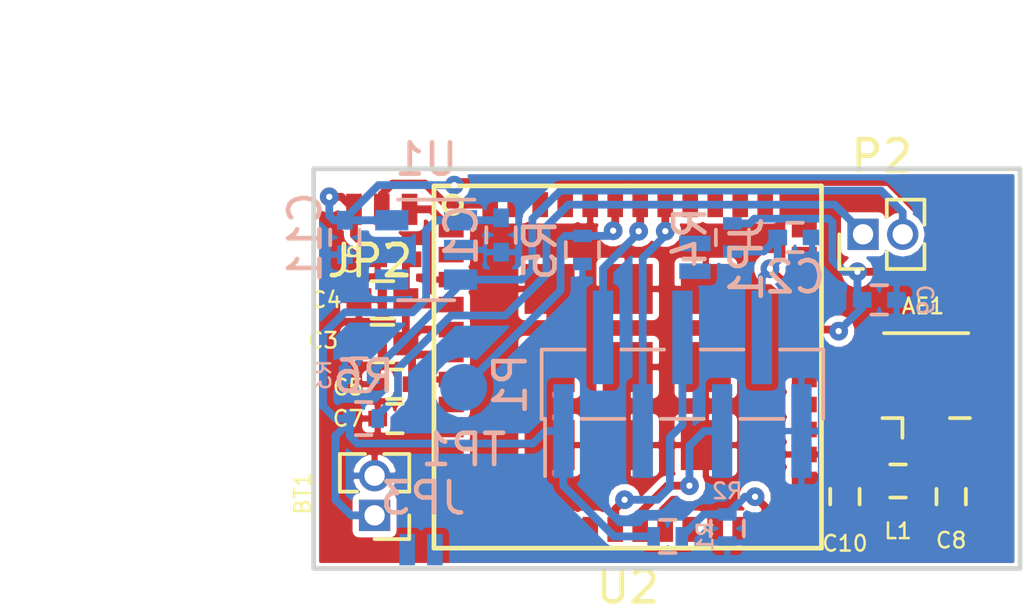
<source format=kicad_pcb>
(kicad_pcb (version 4) (host pcbnew 4.0.6)

  (general
    (links 74)
    (no_connects 6)
    (area 129.550001 80.1 163.675 99.926)
    (thickness 1.6)
    (drawings 10)
    (tracks 173)
    (zones 0)
    (modules 28)
    (nets 21)
  )

  (page A4)
  (layers
    (0 F.Cu signal)
    (31 B.Cu signal)
    (32 B.Adhes user)
    (33 F.Adhes user)
    (34 B.Paste user hide)
    (35 F.Paste user)
    (36 B.SilkS user hide)
    (37 F.SilkS user)
    (38 B.Mask user hide)
    (39 F.Mask user hide)
    (40 Dwgs.User user)
    (41 Cmts.User user)
    (42 Eco1.User user)
    (43 Eco2.User user)
    (44 Edge.Cuts user)
    (45 Margin user)
    (46 B.CrtYd user)
    (47 F.CrtYd user hide)
    (48 B.Fab user hide)
    (49 F.Fab user hide)
  )

  (setup
    (last_trace_width 0.25)
    (user_trace_width 0.3)
    (user_trace_width 0.35)
    (user_trace_width 0.4)
    (user_trace_width 0.45)
    (user_trace_width 0.5)
    (trace_clearance 0.2)
    (zone_clearance 0.508)
    (zone_45_only no)
    (trace_min 0.2)
    (segment_width 0.2)
    (edge_width 0.15)
    (via_size 0.6)
    (via_drill 0.4)
    (via_min_size 0.4)
    (via_min_drill 0.2)
    (user_via 0.6 0.2)
    (user_via 0.8 0.4)
    (uvia_size 0.3)
    (uvia_drill 0.1)
    (uvias_allowed no)
    (uvia_min_size 0.2)
    (uvia_min_drill 0.1)
    (pcb_text_width 0.3)
    (pcb_text_size 1.5 1.5)
    (mod_edge_width 0.1)
    (mod_text_size 0.5 0.5)
    (mod_text_width 0.1)
    (pad_size 0.6 0.6)
    (pad_drill 0.2)
    (pad_to_mask_clearance 0.2)
    (aux_axis_origin 0 0)
    (visible_elements 7FFFFF7F)
    (pcbplotparams
      (layerselection 0x00030_80000001)
      (usegerberextensions false)
      (excludeedgelayer true)
      (linewidth 0.100000)
      (plotframeref false)
      (viasonmask false)
      (mode 1)
      (useauxorigin false)
      (hpglpennumber 1)
      (hpglpenspeed 20)
      (hpglpendiameter 15)
      (hpglpenoverlay 2)
      (psnegative false)
      (psa4output false)
      (plotreference true)
      (plotvalue true)
      (plotinvisibletext false)
      (padsonsilk false)
      (subtractmaskfromsilk false)
      (outputformat 1)
      (mirror false)
      (drillshape 1)
      (scaleselection 1)
      (outputdirectory ""))
  )

  (net 0 "")
  (net 1 VBat)
  (net 2 Earth)
  (net 3 MCU_RST)
  (net 4 +3V3)
  (net 5 VBat_Measure)
  (net 6 "Net-(AE1-Pad1)")
  (net 7 SWDIO)
  (net 8 SWCLK)
  (net 9 Uart_RX)
  (net 10 Uart_TX)
  (net 11 "Net-(R5-Pad1)")
  (net 12 "Net-(C10-Pad1)")
  (net 13 "Net-(P2-Pad1)")
  (net 14 "Net-(P2-Pad2)")
  (net 15 "Net-(JP1-Pad1)")
  (net 16 "Net-(JP1-Pad2)")
  (net 17 "Net-(JP3-Pad1)")
  (net 18 "Net-(JP3-Pad2)")
  (net 19 "Net-(JP2-Pad2)")
  (net 20 "Net-(JP2-Pad3)")

  (net_class Default "This is the default net class."
    (clearance 0.2)
    (trace_width 0.25)
    (via_dia 0.6)
    (via_drill 0.4)
    (uvia_dia 0.3)
    (uvia_drill 0.1)
    (add_net +3V3)
    (add_net Earth)
    (add_net MCU_RST)
    (add_net "Net-(AE1-Pad1)")
    (add_net "Net-(C10-Pad1)")
    (add_net "Net-(JP1-Pad1)")
    (add_net "Net-(JP1-Pad2)")
    (add_net "Net-(JP2-Pad2)")
    (add_net "Net-(JP2-Pad3)")
    (add_net "Net-(JP3-Pad1)")
    (add_net "Net-(JP3-Pad2)")
    (add_net "Net-(P2-Pad1)")
    (add_net "Net-(P2-Pad2)")
    (add_net "Net-(R5-Pad1)")
    (add_net SWCLK)
    (add_net SWDIO)
    (add_net Uart_RX)
    (add_net Uart_TX)
    (add_net VBat)
    (add_net VBat_Measure)
  )

  (module Footprint:Murata_SP-ABZ-G (layer F.Cu) (tedit 592B2D31) (tstamp 5AEC5024)
    (at 149.85 91.35)
    (path /5AE85422)
    (fp_text reference U2 (at 0 7.05) (layer F.SilkS)
      (effects (font (size 1 1) (thickness 0.15)))
    )
    (fp_text value SP-ABZ-G (at 0 -7.1) (layer F.Fab)
      (effects (font (size 1 1) (thickness 0.15)))
    )
    (fp_circle (center -5.6 -5.2) (end -5.4 -5) (layer F.SilkS) (width 0.15))
    (fp_line (start 0 -5.8) (end -6.2 -5.8) (layer F.SilkS) (width 0.15))
    (fp_line (start -6.2 -5.8) (end -6.2 5.8) (layer F.SilkS) (width 0.15))
    (fp_line (start -6.2 5.8) (end 6.2 5.8) (layer F.SilkS) (width 0.15))
    (fp_line (start 6.2 5.8) (end 6.2 -5.8) (layer F.SilkS) (width 0.15))
    (fp_line (start 6.2 -5.8) (end 0 -5.8) (layer F.SilkS) (width 0.15))
    (pad 39 smd rect (at 2.8 -5.2) (size 0.5 0.8) (layers F.Cu F.Paste F.Mask))
    (pad 36 smd rect (at 5.65 -4.4 90) (size 0.5 0.8) (layers F.Cu F.Paste F.Mask))
    (pad 35 smd rect (at 5.65 -3.6 90) (size 0.5 0.8) (layers F.Cu F.Paste F.Mask))
    (pad 34 smd rect (at 5.65 -2.8 90) (size 0.5 0.8) (layers F.Cu F.Paste F.Mask)
      (net 3 MCU_RST))
    (pad 33 smd rect (at 5.65 -2 90) (size 0.5 0.8) (layers F.Cu F.Paste F.Mask))
    (pad 32 smd rect (at 5.65 -1.2 90) (size 0.5 0.8) (layers F.Cu F.Paste F.Mask)
      (net 4 +3V3))
    (pad 25 smd rect (at 5.65 4.4 90) (size 0.5 0.8) (layers F.Cu F.Paste F.Mask)
      (net 2 Earth))
    (pad 26 smd rect (at 5.65 3.6 90) (size 0.5 0.8) (layers F.Cu F.Paste F.Mask)
      (net 12 "Net-(C10-Pad1)"))
    (pad 27 smd rect (at 5.65 2.8 90) (size 0.5 0.8) (layers F.Cu F.Paste F.Mask)
      (net 2 Earth))
    (pad 28 smd rect (at 5.65 2 90) (size 0.5 0.8) (layers F.Cu F.Paste F.Mask))
    (pad 29 smd rect (at 5.65 1.2 90) (size 0.5 0.8) (layers F.Cu F.Paste F.Mask))
    (pad 30 smd rect (at 5.65 0.4 90) (size 0.5 0.8) (layers F.Cu F.Paste F.Mask))
    (pad 31 smd rect (at 5.65 -0.4 90) (size 0.5 0.8) (layers F.Cu F.Paste F.Mask))
    (pad 12 smd rect (at -5.65 4.4 90) (size 0.5 0.8) (layers F.Cu F.Paste F.Mask))
    (pad 11 smd rect (at -5.65 3.6 90) (size 0.5 0.8) (layers F.Cu F.Paste F.Mask))
    (pad 10 smd rect (at -5.65 2.8 90) (size 0.5 0.8) (layers F.Cu F.Paste F.Mask)
      (net 17 "Net-(JP3-Pad1)"))
    (pad 9 smd rect (at -5.65 2 90) (size 0.5 0.8) (layers F.Cu F.Paste F.Mask))
    (pad 8 smd rect (at -5.65 1.2 90) (size 0.5 0.8) (layers F.Cu F.Paste F.Mask))
    (pad 1 smd rect (at -5.65 -4.4 90) (size 0.5 0.8) (layers F.Cu F.Paste F.Mask)
      (net 20 "Net-(JP2-Pad3)"))
    (pad 2 smd rect (at -5.65 -3.6 90) (size 0.5 0.8) (layers F.Cu F.Paste F.Mask))
    (pad 3 smd rect (at -5.65 -2.8 90) (size 0.5 0.8) (layers F.Cu F.Paste F.Mask)
      (net 2 Earth))
    (pad 4 smd rect (at -5.65 -2 90) (size 0.5 0.8) (layers F.Cu F.Paste F.Mask)
      (net 4 +3V3))
    (pad 5 smd rect (at -5.65 -1.2 90) (size 0.5 0.8) (layers F.Cu F.Paste F.Mask)
      (net 4 +3V3))
    (pad 7 smd rect (at -5.65 0.4 90) (size 0.5 0.8) (layers F.Cu F.Paste F.Mask)
      (net 2 Earth))
    (pad 6 smd rect (at -5.65 -0.4 90) (size 0.5 0.8) (layers F.Cu F.Paste F.Mask)
      (net 4 +3V3))
    (pad 37 smd rect (at 4.4 -5.2) (size 0.5 0.8) (layers F.Cu F.Paste F.Mask))
    (pad 38 smd rect (at 3.6 -5.2) (size 0.5 0.8) (layers F.Cu F.Paste F.Mask))
    (pad 40 smd rect (at 2 -5.2) (size 0.5 0.8) (layers F.Cu F.Paste F.Mask))
    (pad 41 smd rect (at 1.2 -5.2) (size 0.5 0.8) (layers F.Cu F.Paste F.Mask)
      (net 7 SWDIO))
    (pad 42 smd rect (at 0.4 -5.2) (size 0.5 0.8) (layers F.Cu F.Paste F.Mask)
      (net 8 SWCLK))
    (pad 43 smd rect (at -0.4 -5.2) (size 0.5 0.8) (layers F.Cu F.Paste F.Mask)
      (net 11 "Net-(R5-Pad1)"))
    (pad 44 smd rect (at -1.2 -5.2) (size 0.5 0.8) (layers F.Cu F.Paste F.Mask)
      (net 2 Earth))
    (pad 45 smd rect (at -2 -5.2) (size 0.5 0.8) (layers F.Cu F.Paste F.Mask))
    (pad 46 smd rect (at -2.8 -5.2) (size 0.5 0.8) (layers F.Cu F.Paste F.Mask)
      (net 16 "Net-(JP1-Pad2)"))
    (pad 47 smd rect (at -3.6 -5.2) (size 0.5 0.8) (layers F.Cu F.Paste F.Mask)
      (net 15 "Net-(JP1-Pad1)"))
    (pad 48 smd rect (at -4.4 -5.2) (size 0.5 0.8) (layers F.Cu F.Paste F.Mask)
      (net 19 "Net-(JP2-Pad2)"))
    (pad 23 smd rect (at 3.6 5.2) (size 0.5 0.8) (layers F.Cu F.Paste F.Mask))
    (pad 22 smd rect (at 2.8 5.2) (size 0.5 0.8) (layers F.Cu F.Paste F.Mask))
    (pad 21 smd rect (at 2 5.2) (size 0.5 0.8) (layers F.Cu F.Paste F.Mask)
      (net 18 "Net-(JP3-Pad2)"))
    (pad 20 smd rect (at 1.2 5.2) (size 0.5 0.8) (layers F.Cu F.Paste F.Mask))
    (pad 24 smd rect (at 4.4 5.2) (size 0.5 0.8) (layers F.Cu F.Paste F.Mask)
      (net 5 VBat_Measure))
    (pad 13 smd rect (at -4.4 5.2) (size 0.5 0.8) (layers F.Cu F.Paste F.Mask))
    (pad 14 smd rect (at -3.6 5.2) (size 0.5 0.8) (layers F.Cu F.Paste F.Mask))
    (pad 15 smd rect (at -2.8 5.2) (size 0.5 0.8) (layers F.Cu F.Paste F.Mask))
    (pad 16 smd rect (at -2 5.2) (size 0.5 0.8) (layers F.Cu F.Paste F.Mask))
    (pad 17 smd rect (at -1.2 5.2) (size 0.5 0.8) (layers F.Cu F.Paste F.Mask))
    (pad 18 smd rect (at -0.4 5.2) (size 0.5 0.8) (layers F.Cu F.Paste F.Mask)
      (net 9 Uart_RX))
    (pad 49 smd rect (at -2.5 -2.5) (size 1.6 1.6) (layers F.Cu F.Paste F.Mask)
      (net 2 Earth))
    (pad 51 smd rect (at 2.5 -2.5) (size 1.6 1.6) (layers F.Cu F.Paste F.Mask)
      (net 2 Earth))
    (pad 50 smd rect (at 0 -2.5) (size 1.6 1.6) (layers F.Cu F.Paste F.Mask)
      (net 2 Earth))
    (pad 57 smd rect (at 2.5 2.5) (size 1.6 1.6) (layers F.Cu F.Paste F.Mask)
      (net 2 Earth))
    (pad 56 smd rect (at 0 2.5) (size 1.6 1.6) (layers F.Cu F.Paste F.Mask)
      (net 2 Earth))
    (pad 55 smd rect (at -2.5 2.5) (size 1.6 1.6) (layers F.Cu F.Paste F.Mask)
      (net 2 Earth))
    (pad 54 smd rect (at 2.5 0) (size 1.6 1.6) (layers F.Cu F.Paste F.Mask)
      (net 2 Earth))
    (pad 52 smd rect (at -2.5 0) (size 1.6 1.6) (layers F.Cu F.Paste F.Mask)
      (net 2 Earth))
    (pad 53 smd rect (at 0 0) (size 1.6 1.6) (layers F.Cu F.Paste F.Mask)
      (net 2 Earth))
    (pad 19 smd rect (at 0.4 5.2) (size 0.5 0.8) (layers F.Cu F.Paste F.Mask)
      (net 10 Uart_TX))
    (model "C:/Users/Remyv/Documents/Github School/PigeonTracker_Board/Library/3D_Modules/Murata_LoRa.wrl"
      (at (xyz 0.243 -0.225 0.05))
      (scale (xyz 0.39 0.39 0.39))
      (rotate (xyz 90 0 180))
    )
  )

  (module Resistors_SMD:R_0402 (layer B.Cu) (tedit 5AE868B8) (tstamp 5AD7427A)
    (at 141.25 91.6)
    (descr "Resistor SMD 0402, reflow soldering, Vishay (see dcrcw.pdf)")
    (tags "resistor 0402")
    (path /5AE86CF1)
    (attr smd)
    (fp_text reference R3 (at -1.15 0 270) (layer B.SilkS)
      (effects (font (size 0.5 0.5) (thickness 0.08)) (justify mirror))
    )
    (fp_text value 1M (at 0 -1.45) (layer B.Fab)
      (effects (font (size 1 1) (thickness 0.15)) (justify mirror))
    )
    (fp_text user %R (at 0 1.35) (layer B.Fab)
      (effects (font (size 1 1) (thickness 0.15)) (justify mirror))
    )
    (fp_line (start -0.5 -0.25) (end -0.5 0.25) (layer B.Fab) (width 0.1))
    (fp_line (start 0.5 -0.25) (end -0.5 -0.25) (layer B.Fab) (width 0.1))
    (fp_line (start 0.5 0.25) (end 0.5 -0.25) (layer B.Fab) (width 0.1))
    (fp_line (start -0.5 0.25) (end 0.5 0.25) (layer B.Fab) (width 0.1))
    (fp_line (start 0.25 0.53) (end -0.25 0.53) (layer B.SilkS) (width 0.12))
    (fp_line (start -0.25 -0.53) (end 0.25 -0.53) (layer B.SilkS) (width 0.12))
    (fp_line (start -0.8 0.45) (end 0.8 0.45) (layer B.CrtYd) (width 0.05))
    (fp_line (start -0.8 0.45) (end -0.8 -0.45) (layer B.CrtYd) (width 0.05))
    (fp_line (start 0.8 -0.45) (end 0.8 0.45) (layer B.CrtYd) (width 0.05))
    (fp_line (start 0.8 -0.45) (end -0.8 -0.45) (layer B.CrtYd) (width 0.05))
    (pad 1 smd rect (at -0.45 0) (size 0.4 0.6) (layers B.Cu B.Paste B.Mask)
      (net 2 Earth))
    (pad 2 smd rect (at 0.45 0) (size 0.4 0.6) (layers B.Cu B.Paste B.Mask)
      (net 14 "Net-(P2-Pad2)"))
    (model ${KISYS3DMOD}/Resistors_SMD.3dshapes/R_0402.wrl
      (at (xyz 0 0 0))
      (scale (xyz 1 1 1))
      (rotate (xyz 0 0 0))
    )
  )

  (module Antenne:U.FL_Hirose_U.FL-R-SMT-1_Vertical (layer F.Cu) (tedit 5AEC33B9) (tstamp 5AD9BF21)
    (at 159.4 92.1 90)
    (descr "Hirose U.FL Coaxial https://www.hirose.com/product/en/products/U.FL/U.FL-R-SMT-1%2810%29/")
    (tags "Hirose U.FL Coaxial")
    (path /5ACD99A3)
    (attr smd)
    (fp_text reference AE1 (at 2.7 -0.1 180) (layer F.SilkS)
      (effects (font (size 0.5 0.5) (thickness 0.08)))
    )
    (fp_text value Antenna_Shield (at 0.475 3.2 90) (layer F.Fab)
      (effects (font (size 1 1) (thickness 0.15)))
    )
    (fp_text user %R (at 0.475 0 180) (layer F.Fab)
      (effects (font (size 0.6 0.6) (thickness 0.09)))
    )
    (fp_line (start -2.02 1) (end -2.02 -1) (layer F.CrtYd) (width 0.05))
    (fp_line (start -1.32 1) (end -2.02 1) (layer F.CrtYd) (width 0.05))
    (fp_line (start 2.08 1.8) (end 2.28 1.8) (layer F.CrtYd) (width 0.05))
    (fp_line (start 2.08 2.5) (end 2.08 1.8) (layer F.CrtYd) (width 0.05))
    (fp_line (start 2.28 1.8) (end 2.28 -1.8) (layer F.CrtYd) (width 0.05))
    (fp_line (start -1.32 1.8) (end -1.12 1.8) (layer F.CrtYd) (width 0.05))
    (fp_line (start -1.12 2.5) (end -1.12 1.8) (layer F.CrtYd) (width 0.05))
    (fp_line (start 2.08 2.5) (end -1.12 2.5) (layer F.CrtYd) (width 0.05))
    (fp_line (start 1.835 -1.35) (end 1.835 1.35) (layer F.SilkS) (width 0.12))
    (fp_line (start -0.885 -0.76) (end -1.515 -0.76) (layer F.SilkS) (width 0.12))
    (fp_line (start -0.885 1.4) (end -0.885 0.76) (layer F.SilkS) (width 0.12))
    (fp_line (start -0.925 -0.3) (end -1.075 -0.15) (layer F.Fab) (width 0.1))
    (fp_line (start 1.775 -1.3) (end 1.375 -1.3) (layer F.Fab) (width 0.1))
    (fp_line (start 1.375 -1.5) (end 1.375 -1.3) (layer F.Fab) (width 0.1))
    (fp_line (start -0.425 -1.5) (end 1.375 -1.5) (layer F.Fab) (width 0.1))
    (fp_line (start 1.775 -1.3) (end 1.775 1.3) (layer F.Fab) (width 0.1))
    (fp_line (start 1.775 1.3) (end 1.375 1.3) (layer F.Fab) (width 0.1))
    (fp_line (start 1.375 1.5) (end 1.375 1.3) (layer F.Fab) (width 0.1))
    (fp_line (start -0.425 1.5) (end 1.375 1.5) (layer F.Fab) (width 0.1))
    (fp_line (start -0.425 -1.3) (end -0.825 -1.3) (layer F.Fab) (width 0.1))
    (fp_line (start -0.425 -1.5) (end -0.425 -1.3) (layer F.Fab) (width 0.1))
    (fp_line (start -0.825 -0.3) (end -0.825 -1.3) (layer F.Fab) (width 0.1))
    (fp_line (start -0.925 -0.3) (end -0.825 -0.3) (layer F.Fab) (width 0.1))
    (fp_line (start -1.075 0.3) (end -1.075 -0.15) (layer F.Fab) (width 0.1))
    (fp_line (start -1.075 0.3) (end -0.825 0.3) (layer F.Fab) (width 0.1))
    (fp_line (start -0.825 0.3) (end -0.825 1.3) (layer F.Fab) (width 0.1))
    (fp_line (start -0.425 1.3) (end -0.825 1.3) (layer F.Fab) (width 0.1))
    (fp_line (start -0.425 1.5) (end -0.425 1.3) (layer F.Fab) (width 0.1))
    (fp_line (start -0.885 -1.4) (end -0.885 -0.76) (layer F.SilkS) (width 0.12))
    (fp_line (start 2.08 -1.8) (end 2.28 -1.8) (layer F.CrtYd) (width 0.05))
    (fp_line (start 2.08 -1.8) (end 2.08 -2.5) (layer F.CrtYd) (width 0.05))
    (fp_line (start -1.32 -1) (end -1.32 -1.8) (layer F.CrtYd) (width 0.05))
    (fp_line (start 2.08 -2.5) (end -1.12 -2.5) (layer F.CrtYd) (width 0.05))
    (fp_line (start -1.12 -1.8) (end -1.12 -2.5) (layer F.CrtYd) (width 0.05))
    (fp_line (start -1.32 -1.8) (end -1.12 -1.8) (layer F.CrtYd) (width 0.05))
    (fp_line (start -1.32 1.8) (end -1.32 1) (layer F.CrtYd) (width 0.05))
    (fp_line (start -1.32 -1) (end -2.02 -1) (layer F.CrtYd) (width 0.05))
    (pad 2 smd rect (at 0.475 1.475 90) (size 2.2 1.05) (layers F.Cu F.Paste F.Mask)
      (net 2 Earth))
    (pad 1 smd rect (at -1.05 0 90) (size 1.05 1) (layers F.Cu F.Paste F.Mask)
      (net 6 "Net-(AE1-Pad1)"))
    (pad 2 smd rect (at 0.475 -1.475 90) (size 2.2 1.05) (layers F.Cu F.Paste F.Mask)
      (net 2 Earth))
    (model ${KISYS3DMOD}/Connector_Coaxial.3dshapes/U.FL_Hirose_U.FL-R-SMT-1_Vertical.wrl
      (at (xyz 0.0187007874 0 0))
      (scale (xyz 1 1 1))
      (rotate (xyz 0 0 0))
    )
  )

  (module Capacitors_SMD:C_0402 (layer B.Cu) (tedit 58AA841A) (tstamp 5AD74238)
    (at 145.796 87.122 270)
    (descr "Capacitor SMD 0402, reflow soldering, AVX (see smccp.pdf)")
    (tags "capacitor 0402")
    (path /5ACF9595)
    (attr smd)
    (fp_text reference C1 (at 0 1.27 270) (layer B.SilkS)
      (effects (font (size 1 1) (thickness 0.15)) (justify mirror))
    )
    (fp_text value 100nF (at 0 -1.27 270) (layer B.Fab)
      (effects (font (size 1 1) (thickness 0.15)) (justify mirror))
    )
    (fp_text user %R (at 0 1.27 270) (layer B.Fab)
      (effects (font (size 1 1) (thickness 0.15)) (justify mirror))
    )
    (fp_line (start -0.5 -0.25) (end -0.5 0.25) (layer B.Fab) (width 0.1))
    (fp_line (start 0.5 -0.25) (end -0.5 -0.25) (layer B.Fab) (width 0.1))
    (fp_line (start 0.5 0.25) (end 0.5 -0.25) (layer B.Fab) (width 0.1))
    (fp_line (start -0.5 0.25) (end 0.5 0.25) (layer B.Fab) (width 0.1))
    (fp_line (start 0.25 0.47) (end -0.25 0.47) (layer B.SilkS) (width 0.12))
    (fp_line (start -0.25 -0.47) (end 0.25 -0.47) (layer B.SilkS) (width 0.12))
    (fp_line (start -1 0.4) (end 1 0.4) (layer B.CrtYd) (width 0.05))
    (fp_line (start -1 0.4) (end -1 -0.4) (layer B.CrtYd) (width 0.05))
    (fp_line (start 1 -0.4) (end 1 0.4) (layer B.CrtYd) (width 0.05))
    (fp_line (start 1 -0.4) (end -1 -0.4) (layer B.CrtYd) (width 0.05))
    (pad 1 smd rect (at -0.55 0 270) (size 0.6 0.5) (layers B.Cu B.Paste B.Mask)
      (net 1 VBat))
    (pad 2 smd rect (at 0.55 0 270) (size 0.6 0.5) (layers B.Cu B.Paste B.Mask)
      (net 2 Earth))
    (model Capacitors_SMD.3dshapes/C_0402.wrl
      (at (xyz 0 0 0))
      (scale (xyz 1 1 1))
      (rotate (xyz 0 0 0))
    )
  )

  (module Capacitors_SMD:C_0402 (layer B.Cu) (tedit 58AA841A) (tstamp 5AD7423E)
    (at 155.2 87.2)
    (descr "Capacitor SMD 0402, reflow soldering, AVX (see smccp.pdf)")
    (tags "capacitor 0402")
    (path /5AD7EC93)
    (attr smd)
    (fp_text reference C2 (at 0 1.27) (layer B.SilkS)
      (effects (font (size 1 1) (thickness 0.15)) (justify mirror))
    )
    (fp_text value 100nF (at 0 -1.27) (layer B.Fab)
      (effects (font (size 1 1) (thickness 0.15)) (justify mirror))
    )
    (fp_text user %R (at 0 1.27) (layer B.Fab)
      (effects (font (size 1 1) (thickness 0.15)) (justify mirror))
    )
    (fp_line (start -0.5 -0.25) (end -0.5 0.25) (layer B.Fab) (width 0.1))
    (fp_line (start 0.5 -0.25) (end -0.5 -0.25) (layer B.Fab) (width 0.1))
    (fp_line (start 0.5 0.25) (end 0.5 -0.25) (layer B.Fab) (width 0.1))
    (fp_line (start -0.5 0.25) (end 0.5 0.25) (layer B.Fab) (width 0.1))
    (fp_line (start 0.25 0.47) (end -0.25 0.47) (layer B.SilkS) (width 0.12))
    (fp_line (start -0.25 -0.47) (end 0.25 -0.47) (layer B.SilkS) (width 0.12))
    (fp_line (start -1 0.4) (end 1 0.4) (layer B.CrtYd) (width 0.05))
    (fp_line (start -1 0.4) (end -1 -0.4) (layer B.CrtYd) (width 0.05))
    (fp_line (start 1 -0.4) (end 1 0.4) (layer B.CrtYd) (width 0.05))
    (fp_line (start 1 -0.4) (end -1 -0.4) (layer B.CrtYd) (width 0.05))
    (pad 1 smd rect (at -0.55 0) (size 0.6 0.5) (layers B.Cu B.Paste B.Mask)
      (net 3 MCU_RST))
    (pad 2 smd rect (at 0.55 0) (size 0.6 0.5) (layers B.Cu B.Paste B.Mask)
      (net 2 Earth))
    (model Capacitors_SMD.3dshapes/C_0402.wrl
      (at (xyz 0 0 0))
      (scale (xyz 1 1 1))
      (rotate (xyz 0 0 0))
    )
  )

  (module Capacitors_SMD:C_0402 (layer F.Cu) (tedit 5AD7BAA6) (tstamp 5AD74256)
    (at 142.4 87.9 180)
    (descr "Capacitor SMD 0402, reflow soldering, AVX (see smccp.pdf)")
    (tags "capacitor 0402")
    (path /5AABFA7C)
    (attr smd)
    (fp_text reference C6 (at 1.4 0 270) (layer F.SilkS)
      (effects (font (size 0.5 0.5) (thickness 0.08)))
    )
    (fp_text value 100nF (at 0 1.27 180) (layer F.Fab)
      (effects (font (size 1 1) (thickness 0.15)))
    )
    (fp_text user %R (at 0 -1.27 180) (layer F.Fab)
      (effects (font (size 1 1) (thickness 0.15)))
    )
    (fp_line (start -0.5 0.25) (end -0.5 -0.25) (layer F.Fab) (width 0.1))
    (fp_line (start 0.5 0.25) (end -0.5 0.25) (layer F.Fab) (width 0.1))
    (fp_line (start 0.5 -0.25) (end 0.5 0.25) (layer F.Fab) (width 0.1))
    (fp_line (start -0.5 -0.25) (end 0.5 -0.25) (layer F.Fab) (width 0.1))
    (fp_line (start 0.25 -0.47) (end -0.25 -0.47) (layer F.SilkS) (width 0.12))
    (fp_line (start -0.25 0.47) (end 0.25 0.47) (layer F.SilkS) (width 0.12))
    (fp_line (start -1 -0.4) (end 1 -0.4) (layer F.CrtYd) (width 0.05))
    (fp_line (start -1 -0.4) (end -1 0.4) (layer F.CrtYd) (width 0.05))
    (fp_line (start 1 0.4) (end 1 -0.4) (layer F.CrtYd) (width 0.05))
    (fp_line (start 1 0.4) (end -1 0.4) (layer F.CrtYd) (width 0.05))
    (pad 1 smd rect (at -0.55 0 180) (size 0.6 0.5) (layers F.Cu F.Paste F.Mask)
      (net 4 +3V3))
    (pad 2 smd rect (at 0.55 0 180) (size 0.6 0.5) (layers F.Cu F.Paste F.Mask)
      (net 2 Earth))
    (model Capacitors_SMD.3dshapes/C_0402.wrl
      (at (xyz 0 0 0))
      (scale (xyz 1 1 1))
      (rotate (xyz 0 0 0))
    )
  )

  (module Capacitors_SMD:C_0402 (layer F.Cu) (tedit 5AD7BA5D) (tstamp 5AD7425C)
    (at 142.4 93 180)
    (descr "Capacitor SMD 0402, reflow soldering, AVX (see smccp.pdf)")
    (tags "capacitor 0402")
    (path /5AABF7CB)
    (attr smd)
    (fp_text reference C7 (at 1.5 0 180) (layer F.SilkS)
      (effects (font (size 0.5 0.5) (thickness 0.08)))
    )
    (fp_text value 100nF (at 0 1.27 180) (layer F.Fab)
      (effects (font (size 1 1) (thickness 0.15)))
    )
    (fp_text user %R (at 0 -1.27 180) (layer F.Fab)
      (effects (font (size 1 1) (thickness 0.15)))
    )
    (fp_line (start -0.5 0.25) (end -0.5 -0.25) (layer F.Fab) (width 0.1))
    (fp_line (start 0.5 0.25) (end -0.5 0.25) (layer F.Fab) (width 0.1))
    (fp_line (start 0.5 -0.25) (end 0.5 0.25) (layer F.Fab) (width 0.1))
    (fp_line (start -0.5 -0.25) (end 0.5 -0.25) (layer F.Fab) (width 0.1))
    (fp_line (start 0.25 -0.47) (end -0.25 -0.47) (layer F.SilkS) (width 0.12))
    (fp_line (start -0.25 0.47) (end 0.25 0.47) (layer F.SilkS) (width 0.12))
    (fp_line (start -1 -0.4) (end 1 -0.4) (layer F.CrtYd) (width 0.05))
    (fp_line (start -1 -0.4) (end -1 0.4) (layer F.CrtYd) (width 0.05))
    (fp_line (start 1 0.4) (end 1 -0.4) (layer F.CrtYd) (width 0.05))
    (fp_line (start 1 0.4) (end -1 0.4) (layer F.CrtYd) (width 0.05))
    (pad 1 smd rect (at -0.55 0 180) (size 0.6 0.5) (layers F.Cu F.Paste F.Mask)
      (net 4 +3V3))
    (pad 2 smd rect (at 0.55 0 180) (size 0.6 0.5) (layers F.Cu F.Paste F.Mask)
      (net 2 Earth))
    (model Capacitors_SMD.3dshapes/C_0402.wrl
      (at (xyz 0 0 0))
      (scale (xyz 1 1 1))
      (rotate (xyz 0 0 0))
    )
  )

  (module Capacitors_SMD:C_0402 (layer F.Cu) (tedit 5AE87559) (tstamp 5AD74262)
    (at 160.2 95.5 270)
    (descr "Capacitor SMD 0402, reflow soldering, AVX (see smccp.pdf)")
    (tags "capacitor 0402")
    (path /5AE853A6)
    (attr smd)
    (fp_text reference C8 (at 1.4 0 540) (layer F.SilkS)
      (effects (font (size 0.5 0.5) (thickness 0.08)))
    )
    (fp_text value F (at 0 1.27 270) (layer F.Fab)
      (effects (font (size 1 1) (thickness 0.15)))
    )
    (fp_text user %R (at 0 -1.27 270) (layer F.Fab)
      (effects (font (size 1 1) (thickness 0.15)))
    )
    (fp_line (start -0.5 0.25) (end -0.5 -0.25) (layer F.Fab) (width 0.1))
    (fp_line (start 0.5 0.25) (end -0.5 0.25) (layer F.Fab) (width 0.1))
    (fp_line (start 0.5 -0.25) (end 0.5 0.25) (layer F.Fab) (width 0.1))
    (fp_line (start -0.5 -0.25) (end 0.5 -0.25) (layer F.Fab) (width 0.1))
    (fp_line (start 0.25 -0.47) (end -0.25 -0.47) (layer F.SilkS) (width 0.12))
    (fp_line (start -0.25 0.47) (end 0.25 0.47) (layer F.SilkS) (width 0.12))
    (fp_line (start -1 -0.4) (end 1 -0.4) (layer F.CrtYd) (width 0.05))
    (fp_line (start -1 -0.4) (end -1 0.4) (layer F.CrtYd) (width 0.05))
    (fp_line (start 1 0.4) (end 1 -0.4) (layer F.CrtYd) (width 0.05))
    (fp_line (start 1 0.4) (end -1 0.4) (layer F.CrtYd) (width 0.05))
    (pad 1 smd rect (at -0.55 0 270) (size 0.6 0.5) (layers F.Cu F.Paste F.Mask)
      (net 6 "Net-(AE1-Pad1)"))
    (pad 2 smd rect (at 0.55 0 270) (size 0.6 0.5) (layers F.Cu F.Paste F.Mask)
      (net 2 Earth))
    (model Capacitors_SMD.3dshapes/C_0402.wrl
      (at (xyz 0 0 0))
      (scale (xyz 1 1 1))
      (rotate (xyz 0 0 0))
    )
  )

  (module Capacitors_SMD:C_0402 (layer B.Cu) (tedit 5AE86742) (tstamp 5AD74268)
    (at 157.9 89.2)
    (descr "Capacitor SMD 0402, reflow soldering, AVX (see smccp.pdf)")
    (tags "capacitor 0402")
    (path /5ACE134A)
    (attr smd)
    (fp_text reference C9 (at 1.5 0 270) (layer B.SilkS)
      (effects (font (size 0.5 0.5) (thickness 0.08)) (justify mirror))
    )
    (fp_text value 1uF (at 0 -1.27) (layer B.Fab)
      (effects (font (size 1 1) (thickness 0.15)) (justify mirror))
    )
    (fp_text user %R (at 0 1.27) (layer B.Fab)
      (effects (font (size 1 1) (thickness 0.15)) (justify mirror))
    )
    (fp_line (start -0.5 -0.25) (end -0.5 0.25) (layer B.Fab) (width 0.1))
    (fp_line (start 0.5 -0.25) (end -0.5 -0.25) (layer B.Fab) (width 0.1))
    (fp_line (start 0.5 0.25) (end 0.5 -0.25) (layer B.Fab) (width 0.1))
    (fp_line (start -0.5 0.25) (end 0.5 0.25) (layer B.Fab) (width 0.1))
    (fp_line (start 0.25 0.47) (end -0.25 0.47) (layer B.SilkS) (width 0.12))
    (fp_line (start -0.25 -0.47) (end 0.25 -0.47) (layer B.SilkS) (width 0.12))
    (fp_line (start -1 0.4) (end 1 0.4) (layer B.CrtYd) (width 0.05))
    (fp_line (start -1 0.4) (end -1 -0.4) (layer B.CrtYd) (width 0.05))
    (fp_line (start 1 -0.4) (end 1 0.4) (layer B.CrtYd) (width 0.05))
    (fp_line (start 1 -0.4) (end -1 -0.4) (layer B.CrtYd) (width 0.05))
    (pad 1 smd rect (at -0.55 0) (size 0.6 0.5) (layers B.Cu B.Paste B.Mask)
      (net 4 +3V3))
    (pad 2 smd rect (at 0.55 0) (size 0.6 0.5) (layers B.Cu B.Paste B.Mask)
      (net 2 Earth))
    (model Capacitors_SMD.3dshapes/C_0402.wrl
      (at (xyz 0 0 0))
      (scale (xyz 1 1 1))
      (rotate (xyz 0 0 0))
    )
  )

  (module Resistors_SMD:R_0402 (layer B.Cu) (tedit 5AE8781D) (tstamp 5AD7426E)
    (at 151.13 96.774)
    (descr "Resistor SMD 0402, reflow soldering, Vishay (see dcrcw.pdf)")
    (tags "resistor 0402")
    (path /5ACE208A)
    (attr smd)
    (fp_text reference R1 (at 1.2 0 90) (layer B.SilkS)
      (effects (font (size 0.5 0.5) (thickness 0.08)) (justify mirror))
    )
    (fp_text value 10M (at 0 -1.45) (layer B.Fab)
      (effects (font (size 1 1) (thickness 0.15)) (justify mirror))
    )
    (fp_text user %R (at 0 1.35) (layer B.Fab)
      (effects (font (size 1 1) (thickness 0.15)) (justify mirror))
    )
    (fp_line (start -0.5 -0.25) (end -0.5 0.25) (layer B.Fab) (width 0.1))
    (fp_line (start 0.5 -0.25) (end -0.5 -0.25) (layer B.Fab) (width 0.1))
    (fp_line (start 0.5 0.25) (end 0.5 -0.25) (layer B.Fab) (width 0.1))
    (fp_line (start -0.5 0.25) (end 0.5 0.25) (layer B.Fab) (width 0.1))
    (fp_line (start 0.25 0.53) (end -0.25 0.53) (layer B.SilkS) (width 0.12))
    (fp_line (start -0.25 -0.53) (end 0.25 -0.53) (layer B.SilkS) (width 0.12))
    (fp_line (start -0.8 0.45) (end 0.8 0.45) (layer B.CrtYd) (width 0.05))
    (fp_line (start -0.8 0.45) (end -0.8 -0.45) (layer B.CrtYd) (width 0.05))
    (fp_line (start 0.8 -0.45) (end 0.8 0.45) (layer B.CrtYd) (width 0.05))
    (fp_line (start 0.8 -0.45) (end -0.8 -0.45) (layer B.CrtYd) (width 0.05))
    (pad 1 smd rect (at -0.45 0) (size 0.4 0.6) (layers B.Cu B.Paste B.Mask)
      (net 1 VBat))
    (pad 2 smd rect (at 0.45 0) (size 0.4 0.6) (layers B.Cu B.Paste B.Mask)
      (net 5 VBat_Measure))
    (model ${KISYS3DMOD}/Resistors_SMD.3dshapes/R_0402.wrl
      (at (xyz 0 0 0))
      (scale (xyz 1 1 1))
      (rotate (xyz 0 0 0))
    )
  )

  (module Resistors_SMD:R_0402 (layer B.Cu) (tedit 5AE87815) (tstamp 5AD74274)
    (at 153.035 96.52 270)
    (descr "Resistor SMD 0402, reflow soldering, Vishay (see dcrcw.pdf)")
    (tags "resistor 0402")
    (path /5ACE20E7)
    (attr smd)
    (fp_text reference R2 (at -1.2 0 360) (layer B.SilkS)
      (effects (font (size 0.5 0.5) (thickness 0.08)) (justify mirror))
    )
    (fp_text value 10M (at 0 -1.45 270) (layer B.Fab)
      (effects (font (size 1 1) (thickness 0.15)) (justify mirror))
    )
    (fp_text user %R (at 0 1.35 270) (layer B.Fab)
      (effects (font (size 1 1) (thickness 0.15)) (justify mirror))
    )
    (fp_line (start -0.5 -0.25) (end -0.5 0.25) (layer B.Fab) (width 0.1))
    (fp_line (start 0.5 -0.25) (end -0.5 -0.25) (layer B.Fab) (width 0.1))
    (fp_line (start 0.5 0.25) (end 0.5 -0.25) (layer B.Fab) (width 0.1))
    (fp_line (start -0.5 0.25) (end 0.5 0.25) (layer B.Fab) (width 0.1))
    (fp_line (start 0.25 0.53) (end -0.25 0.53) (layer B.SilkS) (width 0.12))
    (fp_line (start -0.25 -0.53) (end 0.25 -0.53) (layer B.SilkS) (width 0.12))
    (fp_line (start -0.8 0.45) (end 0.8 0.45) (layer B.CrtYd) (width 0.05))
    (fp_line (start -0.8 0.45) (end -0.8 -0.45) (layer B.CrtYd) (width 0.05))
    (fp_line (start 0.8 -0.45) (end 0.8 0.45) (layer B.CrtYd) (width 0.05))
    (fp_line (start 0.8 -0.45) (end -0.8 -0.45) (layer B.CrtYd) (width 0.05))
    (pad 1 smd rect (at -0.45 0 270) (size 0.4 0.6) (layers B.Cu B.Paste B.Mask)
      (net 5 VBat_Measure))
    (pad 2 smd rect (at 0.45 0 270) (size 0.4 0.6) (layers B.Cu B.Paste B.Mask)
      (net 2 Earth))
    (model ${KISYS3DMOD}/Resistors_SMD.3dshapes/R_0402.wrl
      (at (xyz 0 0 0))
      (scale (xyz 1 1 1))
      (rotate (xyz 0 0 0))
    )
  )

  (module Resistors_SMD:R_0402 (layer B.Cu) (tedit 58E0A804) (tstamp 5AD74286)
    (at 148.4 87.6 270)
    (descr "Resistor SMD 0402, reflow soldering, Vishay (see dcrcw.pdf)")
    (tags "resistor 0402")
    (path /5ACDBD24)
    (attr smd)
    (fp_text reference R5 (at 0 1.35 270) (layer B.SilkS)
      (effects (font (size 1 1) (thickness 0.15)) (justify mirror))
    )
    (fp_text value 10K (at 0 -1.45 270) (layer B.Fab)
      (effects (font (size 1 1) (thickness 0.15)) (justify mirror))
    )
    (fp_text user %R (at 0 1.35 270) (layer B.Fab)
      (effects (font (size 1 1) (thickness 0.15)) (justify mirror))
    )
    (fp_line (start -0.5 -0.25) (end -0.5 0.25) (layer B.Fab) (width 0.1))
    (fp_line (start 0.5 -0.25) (end -0.5 -0.25) (layer B.Fab) (width 0.1))
    (fp_line (start 0.5 0.25) (end 0.5 -0.25) (layer B.Fab) (width 0.1))
    (fp_line (start -0.5 0.25) (end 0.5 0.25) (layer B.Fab) (width 0.1))
    (fp_line (start 0.25 0.53) (end -0.25 0.53) (layer B.SilkS) (width 0.12))
    (fp_line (start -0.25 -0.53) (end 0.25 -0.53) (layer B.SilkS) (width 0.12))
    (fp_line (start -0.8 0.45) (end 0.8 0.45) (layer B.CrtYd) (width 0.05))
    (fp_line (start -0.8 0.45) (end -0.8 -0.45) (layer B.CrtYd) (width 0.05))
    (fp_line (start 0.8 -0.45) (end 0.8 0.45) (layer B.CrtYd) (width 0.05))
    (fp_line (start 0.8 -0.45) (end -0.8 -0.45) (layer B.CrtYd) (width 0.05))
    (pad 1 smd rect (at -0.45 0 270) (size 0.4 0.6) (layers B.Cu B.Paste B.Mask)
      (net 11 "Net-(R5-Pad1)"))
    (pad 2 smd rect (at 0.45 0 270) (size 0.4 0.6) (layers B.Cu B.Paste B.Mask)
      (net 2 Earth))
    (model ${KISYS3DMOD}/Resistors_SMD.3dshapes/R_0402.wrl
      (at (xyz 0 0 0))
      (scale (xyz 1 1 1))
      (rotate (xyz 0 0 0))
    )
  )

  (module TO_SOT_Packages_SMD:SOT-23-5 (layer B.Cu) (tedit 58CE4E7E) (tstamp 5AD7428F)
    (at 143.4 87.6 180)
    (descr "5-pin SOT23 package")
    (tags SOT-23-5)
    (path /5AD02EF2)
    (attr smd)
    (fp_text reference U1 (at 0 2.9 180) (layer B.SilkS)
      (effects (font (size 1 1) (thickness 0.15)) (justify mirror))
    )
    (fp_text value MCP1711-SOT23-5 (at 0 -2.9 180) (layer B.Fab)
      (effects (font (size 1 1) (thickness 0.15)) (justify mirror))
    )
    (fp_text user %R (at 0 0 450) (layer B.Fab)
      (effects (font (size 0.5 0.5) (thickness 0.075)) (justify mirror))
    )
    (fp_line (start -0.9 -1.61) (end 0.9 -1.61) (layer B.SilkS) (width 0.12))
    (fp_line (start 0.9 1.61) (end -1.55 1.61) (layer B.SilkS) (width 0.12))
    (fp_line (start -1.9 1.8) (end 1.9 1.8) (layer B.CrtYd) (width 0.05))
    (fp_line (start 1.9 1.8) (end 1.9 -1.8) (layer B.CrtYd) (width 0.05))
    (fp_line (start 1.9 -1.8) (end -1.9 -1.8) (layer B.CrtYd) (width 0.05))
    (fp_line (start -1.9 -1.8) (end -1.9 1.8) (layer B.CrtYd) (width 0.05))
    (fp_line (start -0.9 0.9) (end -0.25 1.55) (layer B.Fab) (width 0.1))
    (fp_line (start 0.9 1.55) (end -0.25 1.55) (layer B.Fab) (width 0.1))
    (fp_line (start -0.9 0.9) (end -0.9 -1.55) (layer B.Fab) (width 0.1))
    (fp_line (start 0.9 -1.55) (end -0.9 -1.55) (layer B.Fab) (width 0.1))
    (fp_line (start 0.9 1.55) (end 0.9 -1.55) (layer B.Fab) (width 0.1))
    (pad 1 smd rect (at -1.1 0.95 180) (size 1.06 0.65) (layers B.Cu B.Paste B.Mask)
      (net 1 VBat))
    (pad 2 smd rect (at -1.1 0 180) (size 1.06 0.65) (layers B.Cu B.Paste B.Mask)
      (net 2 Earth))
    (pad 3 smd rect (at -1.1 -0.95 180) (size 1.06 0.65) (layers B.Cu B.Paste B.Mask)
      (net 14 "Net-(P2-Pad2)"))
    (pad 4 smd rect (at 1.1 -0.95 180) (size 1.06 0.65) (layers B.Cu B.Paste B.Mask))
    (pad 5 smd rect (at 1.1 0.95 180) (size 1.06 0.65) (layers B.Cu B.Paste B.Mask)
      (net 4 +3V3))
    (model ${KISYS3DMOD}/TO_SOT_Packages_SMD.3dshapes/SOT-23-5.wrl
      (at (xyz 0 0 0))
      (scale (xyz 1 1 1))
      (rotate (xyz 0 0 0))
    )
  )

  (module Measurement_Points:Measurement_Point_Round-SMD-Pad_Small (layer B.Cu) (tedit 56C35ED0) (tstamp 5AE0CB3A)
    (at 144.6 92)
    (descr "Mesurement Point, Round, SMD Pad, DM 1.5mm,")
    (tags "Mesurement Point Round SMD Pad 1.5mm")
    (path /5AE08B1C)
    (attr virtual)
    (fp_text reference TP1 (at 0 2) (layer B.SilkS)
      (effects (font (size 1 1) (thickness 0.15)) (justify mirror))
    )
    (fp_text value TEST (at 0 -2) (layer B.Fab)
      (effects (font (size 1 1) (thickness 0.15)) (justify mirror))
    )
    (fp_circle (center 0 0) (end 1 0) (layer B.CrtYd) (width 0.05))
    (pad 1 smd circle (at 0 0) (size 1.5 1.5) (layers B.Cu B.Mask)
      (net 11 "Net-(R5-Pad1)"))
  )

  (module Capacitors_SMD:C_0402 (layer F.Cu) (tedit 5AE87427) (tstamp 5AE85B89)
    (at 142.4 91.9 180)
    (descr "Capacitor SMD 0402, reflow soldering, AVX (see smccp.pdf)")
    (tags "capacitor 0402")
    (path /5AABF792)
    (attr smd)
    (fp_text reference C5 (at 1.5 -0.1 180) (layer F.SilkS)
      (effects (font (size 0.5 0.5) (thickness 0.08)))
    )
    (fp_text value 1uF (at 0 1.27 180) (layer F.Fab)
      (effects (font (size 1 1) (thickness 0.15)))
    )
    (fp_text user %R (at 0 -1.27 180) (layer F.Fab)
      (effects (font (size 1 1) (thickness 0.15)))
    )
    (fp_line (start -0.5 0.25) (end -0.5 -0.25) (layer F.Fab) (width 0.1))
    (fp_line (start 0.5 0.25) (end -0.5 0.25) (layer F.Fab) (width 0.1))
    (fp_line (start 0.5 -0.25) (end 0.5 0.25) (layer F.Fab) (width 0.1))
    (fp_line (start -0.5 -0.25) (end 0.5 -0.25) (layer F.Fab) (width 0.1))
    (fp_line (start 0.25 -0.47) (end -0.25 -0.47) (layer F.SilkS) (width 0.12))
    (fp_line (start -0.25 0.47) (end 0.25 0.47) (layer F.SilkS) (width 0.12))
    (fp_line (start -1 -0.4) (end 1 -0.4) (layer F.CrtYd) (width 0.05))
    (fp_line (start -1 -0.4) (end -1 0.4) (layer F.CrtYd) (width 0.05))
    (fp_line (start 1 0.4) (end 1 -0.4) (layer F.CrtYd) (width 0.05))
    (fp_line (start 1 0.4) (end -1 0.4) (layer F.CrtYd) (width 0.05))
    (pad 1 smd rect (at -0.55 0 180) (size 0.6 0.5) (layers F.Cu F.Paste F.Mask)
      (net 4 +3V3))
    (pad 2 smd rect (at 0.55 0 180) (size 0.6 0.5) (layers F.Cu F.Paste F.Mask)
      (net 2 Earth))
    (model Capacitors_SMD.3dshapes/C_0402.wrl
      (at (xyz 0 0 0))
      (scale (xyz 1 1 1))
      (rotate (xyz 0 0 0))
    )
  )

  (module Pin_Headers:Pin_Header_Straight_1x02_Pitch1.27mm (layer F.Cu) (tedit 5AEC381D) (tstamp 5AE85D50)
    (at 141.75 96.1 180)
    (descr "Through hole straight pin header, 1x02, 1.27mm pitch, single row")
    (tags "Through hole pin header THT 1x02 1.27mm single row")
    (path /5ACF8B45)
    (fp_text reference BT1 (at 2.3 0.7 270) (layer F.SilkS)
      (effects (font (size 0.5 0.5) (thickness 0.08)))
    )
    (fp_text value LiPo_Cell (at 0 2.965 180) (layer F.Fab)
      (effects (font (size 1 1) (thickness 0.15)))
    )
    (fp_line (start -0.525 -0.635) (end 1.05 -0.635) (layer F.Fab) (width 0.1))
    (fp_line (start 1.05 -0.635) (end 1.05 1.905) (layer F.Fab) (width 0.1))
    (fp_line (start 1.05 1.905) (end -1.05 1.905) (layer F.Fab) (width 0.1))
    (fp_line (start -1.05 1.905) (end -1.05 -0.11) (layer F.Fab) (width 0.1))
    (fp_line (start -1.05 -0.11) (end -0.525 -0.635) (layer F.Fab) (width 0.1))
    (fp_line (start -1.11 1.965) (end -0.30753 1.965) (layer F.SilkS) (width 0.12))
    (fp_line (start 0.30753 1.965) (end 1.11 1.965) (layer F.SilkS) (width 0.12))
    (fp_line (start -1.11 0.76) (end -1.11 1.965) (layer F.SilkS) (width 0.12))
    (fp_line (start 1.11 0.76) (end 1.11 1.965) (layer F.SilkS) (width 0.12))
    (fp_line (start -1.11 0.76) (end -0.563471 0.76) (layer F.SilkS) (width 0.12))
    (fp_line (start 0.563471 0.76) (end 1.11 0.76) (layer F.SilkS) (width 0.12))
    (fp_line (start -1.11 0) (end -1.11 -0.76) (layer F.SilkS) (width 0.12))
    (fp_line (start -1.11 -0.76) (end 0 -0.76) (layer F.SilkS) (width 0.12))
    (fp_line (start -1.55 -1.15) (end -1.55 2.45) (layer F.CrtYd) (width 0.05))
    (fp_line (start -1.55 2.45) (end 1.55 2.45) (layer F.CrtYd) (width 0.05))
    (fp_line (start 1.55 2.45) (end 1.55 -1.15) (layer F.CrtYd) (width 0.05))
    (fp_line (start 1.55 -1.15) (end -1.55 -1.15) (layer F.CrtYd) (width 0.05))
    (fp_text user %R (at 0 0.635 270) (layer F.Fab)
      (effects (font (size 1 1) (thickness 0.15)))
    )
    (pad 1 thru_hole rect (at 0 0 180) (size 1 1) (drill 0.65) (layers *.Cu *.Mask)
      (net 1 VBat))
    (pad 2 thru_hole oval (at 0 1.27 180) (size 1 1) (drill 0.65) (layers *.Cu *.Mask)
      (net 2 Earth))
    (model ${KISYS3DMOD}/Pin_Headers.3dshapes/Pin_Header_Straight_1x02_Pitch1.27mm.wrl
      (at (xyz 0 0 0))
      (scale (xyz 1 1 1))
      (rotate (xyz 0 0 0))
    )
  )

  (module Resistors_SMD:R_0402 (layer B.Cu) (tedit 58E0A804) (tstamp 5AE85D5A)
    (at 153.2 87.2 270)
    (descr "Resistor SMD 0402, reflow soldering, Vishay (see dcrcw.pdf)")
    (tags "resistor 0402")
    (path /5ACD0E66)
    (attr smd)
    (fp_text reference R4 (at 0 1.35 270) (layer B.SilkS)
      (effects (font (size 1 1) (thickness 0.15)) (justify mirror))
    )
    (fp_text value 10K (at 0 -1.45 270) (layer B.Fab)
      (effects (font (size 1 1) (thickness 0.15)) (justify mirror))
    )
    (fp_text user %R (at 0 1.35 270) (layer B.Fab)
      (effects (font (size 1 1) (thickness 0.15)) (justify mirror))
    )
    (fp_line (start -0.5 -0.25) (end -0.5 0.25) (layer B.Fab) (width 0.1))
    (fp_line (start 0.5 -0.25) (end -0.5 -0.25) (layer B.Fab) (width 0.1))
    (fp_line (start 0.5 0.25) (end 0.5 -0.25) (layer B.Fab) (width 0.1))
    (fp_line (start -0.5 0.25) (end 0.5 0.25) (layer B.Fab) (width 0.1))
    (fp_line (start 0.25 0.53) (end -0.25 0.53) (layer B.SilkS) (width 0.12))
    (fp_line (start -0.25 -0.53) (end 0.25 -0.53) (layer B.SilkS) (width 0.12))
    (fp_line (start -0.8 0.45) (end 0.8 0.45) (layer B.CrtYd) (width 0.05))
    (fp_line (start -0.8 0.45) (end -0.8 -0.45) (layer B.CrtYd) (width 0.05))
    (fp_line (start 0.8 -0.45) (end 0.8 0.45) (layer B.CrtYd) (width 0.05))
    (fp_line (start 0.8 -0.45) (end -0.8 -0.45) (layer B.CrtYd) (width 0.05))
    (pad 1 smd rect (at -0.45 0 270) (size 0.4 0.6) (layers B.Cu B.Paste B.Mask)
      (net 4 +3V3))
    (pad 2 smd rect (at 0.45 0 270) (size 0.4 0.6) (layers B.Cu B.Paste B.Mask)
      (net 3 MCU_RST))
    (model ${KISYS3DMOD}/Resistors_SMD.3dshapes/R_0402.wrl
      (at (xyz 0 0 0))
      (scale (xyz 1 1 1))
      (rotate (xyz 0 0 0))
    )
  )

  (module Capacitors_SMD:C_0603 (layer F.Cu) (tedit 5AEC298E) (tstamp 5AF59235)
    (at 142 90.6 180)
    (descr "Capacitor SMD 0603, reflow soldering, AVX (see smccp.pdf)")
    (tags "capacitor 0603")
    (path /5AABF48D)
    (attr smd)
    (fp_text reference C3 (at 1.9 0.1 360) (layer F.SilkS)
      (effects (font (size 0.5 0.5) (thickness 0.08)))
    )
    (fp_text value 10uF (at 0 1.5 180) (layer F.Fab)
      (effects (font (size 1 1) (thickness 0.15)))
    )
    (fp_line (start 1.4 0.65) (end -1.4 0.65) (layer F.CrtYd) (width 0.05))
    (fp_line (start 1.4 0.65) (end 1.4 -0.65) (layer F.CrtYd) (width 0.05))
    (fp_line (start -1.4 -0.65) (end -1.4 0.65) (layer F.CrtYd) (width 0.05))
    (fp_line (start -1.4 -0.65) (end 1.4 -0.65) (layer F.CrtYd) (width 0.05))
    (fp_line (start 0.35 0.6) (end -0.35 0.6) (layer F.SilkS) (width 0.12))
    (fp_line (start -0.35 -0.6) (end 0.35 -0.6) (layer F.SilkS) (width 0.12))
    (fp_line (start -0.8 -0.4) (end 0.8 -0.4) (layer F.Fab) (width 0.1))
    (fp_line (start 0.8 -0.4) (end 0.8 0.4) (layer F.Fab) (width 0.1))
    (fp_line (start 0.8 0.4) (end -0.8 0.4) (layer F.Fab) (width 0.1))
    (fp_line (start -0.8 0.4) (end -0.8 -0.4) (layer F.Fab) (width 0.1))
    (fp_text user %R (at 0 0 180) (layer F.Fab)
      (effects (font (size 0.3 0.3) (thickness 0.075)))
    )
    (pad 2 smd rect (at 0.75 0 180) (size 0.8 0.75) (layers F.Cu F.Paste F.Mask)
      (net 2 Earth))
    (pad 1 smd rect (at -0.75 0 180) (size 0.8 0.75) (layers F.Cu F.Paste F.Mask)
      (net 4 +3V3))
    (model Capacitors_SMD.3dshapes/C_0603.wrl
      (at (xyz 0 0 0))
      (scale (xyz 1 1 1))
      (rotate (xyz 0 0 0))
    )
  )

  (module Capacitors_SMD:C_0603 (layer F.Cu) (tedit 5AEC2859) (tstamp 5AF5923A)
    (at 142 89.2 180)
    (descr "Capacitor SMD 0603, reflow soldering, AVX (see smccp.pdf)")
    (tags "capacitor 0603")
    (path /5AABFA33)
    (attr smd)
    (fp_text reference C4 (at 1.8 0 180) (layer F.SilkS)
      (effects (font (size 0.5 0.5) (thickness 0.08)))
    )
    (fp_text value 10uF (at 0 1.5 180) (layer F.Fab)
      (effects (font (size 1 1) (thickness 0.15)))
    )
    (fp_line (start 1.4 0.65) (end -1.4 0.65) (layer F.CrtYd) (width 0.05))
    (fp_line (start 1.4 0.65) (end 1.4 -0.65) (layer F.CrtYd) (width 0.05))
    (fp_line (start -1.4 -0.65) (end -1.4 0.65) (layer F.CrtYd) (width 0.05))
    (fp_line (start -1.4 -0.65) (end 1.4 -0.65) (layer F.CrtYd) (width 0.05))
    (fp_line (start 0.35 0.6) (end -0.35 0.6) (layer F.SilkS) (width 0.12))
    (fp_line (start -0.35 -0.6) (end 0.35 -0.6) (layer F.SilkS) (width 0.12))
    (fp_line (start -0.8 -0.4) (end 0.8 -0.4) (layer F.Fab) (width 0.1))
    (fp_line (start 0.8 -0.4) (end 0.8 0.4) (layer F.Fab) (width 0.1))
    (fp_line (start 0.8 0.4) (end -0.8 0.4) (layer F.Fab) (width 0.1))
    (fp_line (start -0.8 0.4) (end -0.8 -0.4) (layer F.Fab) (width 0.1))
    (fp_text user %R (at 0 0 180) (layer F.Fab)
      (effects (font (size 0.3 0.3) (thickness 0.075)))
    )
    (pad 2 smd rect (at 0.75 0 180) (size 0.8 0.75) (layers F.Cu F.Paste F.Mask)
      (net 2 Earth))
    (pad 1 smd rect (at -0.75 0 180) (size 0.8 0.75) (layers F.Cu F.Paste F.Mask)
      (net 4 +3V3))
    (model Capacitors_SMD.3dshapes/C_0603.wrl
      (at (xyz 0 0 0))
      (scale (xyz 1 1 1))
      (rotate (xyz 0 0 0))
    )
  )

  (module Capacitors_SMD:C_0402 (layer F.Cu) (tedit 5AEC341B) (tstamp 5AF59244)
    (at 156.8 95.5 270)
    (descr "Capacitor SMD 0402, reflow soldering, AVX (see smccp.pdf)")
    (tags "capacitor 0402")
    (path /5AEC3DC6)
    (attr smd)
    (fp_text reference C10 (at 1.5 0 360) (layer F.SilkS)
      (effects (font (size 0.5 0.5) (thickness 0.08)))
    )
    (fp_text value F (at 0 1.27 270) (layer F.Fab)
      (effects (font (size 1 1) (thickness 0.15)))
    )
    (fp_text user %R (at 0 -1.27 270) (layer F.Fab)
      (effects (font (size 1 1) (thickness 0.15)))
    )
    (fp_line (start -0.5 0.25) (end -0.5 -0.25) (layer F.Fab) (width 0.1))
    (fp_line (start 0.5 0.25) (end -0.5 0.25) (layer F.Fab) (width 0.1))
    (fp_line (start 0.5 -0.25) (end 0.5 0.25) (layer F.Fab) (width 0.1))
    (fp_line (start -0.5 -0.25) (end 0.5 -0.25) (layer F.Fab) (width 0.1))
    (fp_line (start 0.25 -0.47) (end -0.25 -0.47) (layer F.SilkS) (width 0.12))
    (fp_line (start -0.25 0.47) (end 0.25 0.47) (layer F.SilkS) (width 0.12))
    (fp_line (start -1 -0.4) (end 1 -0.4) (layer F.CrtYd) (width 0.05))
    (fp_line (start -1 -0.4) (end -1 0.4) (layer F.CrtYd) (width 0.05))
    (fp_line (start 1 0.4) (end 1 -0.4) (layer F.CrtYd) (width 0.05))
    (fp_line (start 1 0.4) (end -1 0.4) (layer F.CrtYd) (width 0.05))
    (pad 1 smd rect (at -0.55 0 270) (size 0.6 0.5) (layers F.Cu F.Paste F.Mask)
      (net 12 "Net-(C10-Pad1)"))
    (pad 2 smd rect (at 0.55 0 270) (size 0.6 0.5) (layers F.Cu F.Paste F.Mask)
      (net 2 Earth))
    (model Capacitors_SMD.3dshapes/C_0402.wrl
      (at (xyz 0 0 0))
      (scale (xyz 1 1 1))
      (rotate (xyz 0 0 0))
    )
  )

  (module Inductors_SMD:L_0402 (layer F.Cu) (tedit 5AEC33C2) (tstamp 5AF5924A)
    (at 158.5 95)
    (descr "Resistor SMD 0402, reflow soldering, Vishay (see dcrcw.pdf)")
    (tags "resistor 0402")
    (path /5AEC4077)
    (attr smd)
    (fp_text reference L1 (at 0 1.6) (layer F.SilkS)
      (effects (font (size 0.5 0.5) (thickness 0.08)))
    )
    (fp_text value L (at 0 1.8) (layer F.Fab)
      (effects (font (size 1 1) (thickness 0.15)))
    )
    (fp_text user %R (at 0 0) (layer F.Fab)
      (effects (font (size 0.2 0.2) (thickness 0.03)))
    )
    (fp_line (start -0.5 0.25) (end -0.5 -0.25) (layer F.Fab) (width 0.1))
    (fp_line (start 0.5 0.25) (end -0.5 0.25) (layer F.Fab) (width 0.1))
    (fp_line (start 0.5 -0.25) (end 0.5 0.25) (layer F.Fab) (width 0.1))
    (fp_line (start -0.5 -0.25) (end 0.5 -0.25) (layer F.Fab) (width 0.1))
    (fp_line (start -0.95 -0.65) (end 0.95 -0.65) (layer F.CrtYd) (width 0.05))
    (fp_line (start -0.95 0.65) (end 0.95 0.65) (layer F.CrtYd) (width 0.05))
    (fp_line (start -0.95 -0.65) (end -0.95 0.65) (layer F.CrtYd) (width 0.05))
    (fp_line (start 0.95 -0.65) (end 0.95 0.65) (layer F.CrtYd) (width 0.05))
    (fp_line (start 0.25 -0.53) (end -0.25 -0.53) (layer F.SilkS) (width 0.12))
    (fp_line (start -0.25 0.53) (end 0.25 0.53) (layer F.SilkS) (width 0.12))
    (pad 1 smd rect (at -0.45 0) (size 0.4 0.6) (layers F.Cu F.Paste F.Mask)
      (net 12 "Net-(C10-Pad1)"))
    (pad 2 smd rect (at 0.45 0) (size 0.4 0.6) (layers F.Cu F.Paste F.Mask)
      (net 6 "Net-(AE1-Pad1)"))
    (model ${KISYS3DMOD}/Inductors_SMD.3dshapes/L_0402.wrl
      (at (xyz 0 0 0))
      (scale (xyz 1 1 1))
      (rotate (xyz 0 0 0))
    )
  )

  (module Pin_Headers:Pin_Header_Straight_1x02_Pitch1.27mm (layer F.Cu) (tedit 59650535) (tstamp 5AF59250)
    (at 157.38 87.1 90)
    (descr "Through hole straight pin header, 1x02, 1.27mm pitch, single row")
    (tags "Through hole pin header THT 1x02 1.27mm single row")
    (path /5AEC3055)
    (fp_text reference P2 (at 2.5 0.6 180) (layer F.SilkS)
      (effects (font (size 1 1) (thickness 0.15)))
    )
    (fp_text value CONN_01X02 (at 0 2.965 90) (layer F.Fab)
      (effects (font (size 1 1) (thickness 0.15)))
    )
    (fp_line (start -0.525 -0.635) (end 1.05 -0.635) (layer F.Fab) (width 0.1))
    (fp_line (start 1.05 -0.635) (end 1.05 1.905) (layer F.Fab) (width 0.1))
    (fp_line (start 1.05 1.905) (end -1.05 1.905) (layer F.Fab) (width 0.1))
    (fp_line (start -1.05 1.905) (end -1.05 -0.11) (layer F.Fab) (width 0.1))
    (fp_line (start -1.05 -0.11) (end -0.525 -0.635) (layer F.Fab) (width 0.1))
    (fp_line (start -1.11 1.965) (end -0.30753 1.965) (layer F.SilkS) (width 0.12))
    (fp_line (start 0.30753 1.965) (end 1.11 1.965) (layer F.SilkS) (width 0.12))
    (fp_line (start -1.11 0.76) (end -1.11 1.965) (layer F.SilkS) (width 0.12))
    (fp_line (start 1.11 0.76) (end 1.11 1.965) (layer F.SilkS) (width 0.12))
    (fp_line (start -1.11 0.76) (end -0.563471 0.76) (layer F.SilkS) (width 0.12))
    (fp_line (start 0.563471 0.76) (end 1.11 0.76) (layer F.SilkS) (width 0.12))
    (fp_line (start -1.11 0) (end -1.11 -0.76) (layer F.SilkS) (width 0.12))
    (fp_line (start -1.11 -0.76) (end 0 -0.76) (layer F.SilkS) (width 0.12))
    (fp_line (start -1.55 -1.15) (end -1.55 2.45) (layer F.CrtYd) (width 0.05))
    (fp_line (start -1.55 2.45) (end 1.55 2.45) (layer F.CrtYd) (width 0.05))
    (fp_line (start 1.55 2.45) (end 1.55 -1.15) (layer F.CrtYd) (width 0.05))
    (fp_line (start 1.55 -1.15) (end -1.55 -1.15) (layer F.CrtYd) (width 0.05))
    (fp_text user %R (at 0 0.635 180) (layer F.Fab)
      (effects (font (size 1 1) (thickness 0.15)))
    )
    (pad 1 thru_hole rect (at 0 0 90) (size 1 1) (drill 0.65) (layers *.Cu *.Mask)
      (net 13 "Net-(P2-Pad1)"))
    (pad 2 thru_hole oval (at 0 1.27 90) (size 1 1) (drill 0.65) (layers *.Cu *.Mask)
      (net 14 "Net-(P2-Pad2)"))
    (model ${KISYS3DMOD}/Pin_Headers.3dshapes/Pin_Header_Straight_1x02_Pitch1.27mm.wrl
      (at (xyz 0 0 0))
      (scale (xyz 1 1 1))
      (rotate (xyz 0 0 0))
    )
  )

  (module Resistors_SMD:R_0402 (layer B.Cu) (tedit 58E0A804) (tstamp 5AF59256)
    (at 141.4 93 180)
    (descr "Resistor SMD 0402, reflow soldering, Vishay (see dcrcw.pdf)")
    (tags "resistor 0402")
    (path /5AEC2243)
    (attr smd)
    (fp_text reference R6 (at 0 1.35 180) (layer B.SilkS)
      (effects (font (size 1 1) (thickness 0.15)) (justify mirror))
    )
    (fp_text value 100K (at 0 -1.45 180) (layer B.Fab)
      (effects (font (size 1 1) (thickness 0.15)) (justify mirror))
    )
    (fp_text user %R (at 0 1.35 180) (layer B.Fab)
      (effects (font (size 1 1) (thickness 0.15)) (justify mirror))
    )
    (fp_line (start -0.5 -0.25) (end -0.5 0.25) (layer B.Fab) (width 0.1))
    (fp_line (start 0.5 -0.25) (end -0.5 -0.25) (layer B.Fab) (width 0.1))
    (fp_line (start 0.5 0.25) (end 0.5 -0.25) (layer B.Fab) (width 0.1))
    (fp_line (start -0.5 0.25) (end 0.5 0.25) (layer B.Fab) (width 0.1))
    (fp_line (start 0.25 0.53) (end -0.25 0.53) (layer B.SilkS) (width 0.12))
    (fp_line (start -0.25 -0.53) (end 0.25 -0.53) (layer B.SilkS) (width 0.12))
    (fp_line (start -0.8 0.45) (end 0.8 0.45) (layer B.CrtYd) (width 0.05))
    (fp_line (start -0.8 0.45) (end -0.8 -0.45) (layer B.CrtYd) (width 0.05))
    (fp_line (start 0.8 -0.45) (end 0.8 0.45) (layer B.CrtYd) (width 0.05))
    (fp_line (start 0.8 -0.45) (end -0.8 -0.45) (layer B.CrtYd) (width 0.05))
    (pad 1 smd rect (at -0.45 0 180) (size 0.4 0.6) (layers B.Cu B.Paste B.Mask)
      (net 13 "Net-(P2-Pad1)"))
    (pad 2 smd rect (at 0.45 0 180) (size 0.4 0.6) (layers B.Cu B.Paste B.Mask)
      (net 1 VBat))
    (model ${KISYS3DMOD}/Resistors_SMD.3dshapes/R_0402.wrl
      (at (xyz 0 0 0))
      (scale (xyz 1 1 1))
      (rotate (xyz 0 0 0))
    )
  )

  (module Pin_Headers:Pin_Header_Straight_1x07_Pitch1.27mm_SMD_Pin1Right (layer B.Cu) (tedit 59650535) (tstamp 5AEC3671)
    (at 151.6 91.9 270)
    (descr "surface-mounted straight pin header, 1x07, 1.27mm pitch, single row, style 2 (pin 1 right)")
    (tags "Surface mounted pin header SMD 1x07 1.27mm single row style2 pin1 right")
    (path /5AEC3D1A)
    (attr smd)
    (fp_text reference P1 (at 0 5.505 270) (layer B.SilkS)
      (effects (font (size 1 1) (thickness 0.15)) (justify mirror))
    )
    (fp_text value CONN_01X07 (at 0 -5.505 270) (layer B.Fab)
      (effects (font (size 1 1) (thickness 0.15)) (justify mirror))
    )
    (fp_line (start 1.05 -4.445) (end -1.05 -4.445) (layer B.Fab) (width 0.1))
    (fp_line (start -1.05 4.445) (end 0.615 4.445) (layer B.Fab) (width 0.1))
    (fp_line (start 1.05 -4.445) (end 1.05 4.01) (layer B.Fab) (width 0.1))
    (fp_line (start 1.05 4.01) (end 0.615 4.445) (layer B.Fab) (width 0.1))
    (fp_line (start -1.05 4.445) (end -1.05 -4.445) (layer B.Fab) (width 0.1))
    (fp_line (start -1.05 2.74) (end -2.5 2.74) (layer B.Fab) (width 0.1))
    (fp_line (start -2.5 2.74) (end -2.5 2.34) (layer B.Fab) (width 0.1))
    (fp_line (start -2.5 2.34) (end -1.05 2.34) (layer B.Fab) (width 0.1))
    (fp_line (start -1.05 0.2) (end -2.5 0.2) (layer B.Fab) (width 0.1))
    (fp_line (start -2.5 0.2) (end -2.5 -0.2) (layer B.Fab) (width 0.1))
    (fp_line (start -2.5 -0.2) (end -1.05 -0.2) (layer B.Fab) (width 0.1))
    (fp_line (start -1.05 -2.34) (end -2.5 -2.34) (layer B.Fab) (width 0.1))
    (fp_line (start -2.5 -2.34) (end -2.5 -2.74) (layer B.Fab) (width 0.1))
    (fp_line (start -2.5 -2.74) (end -1.05 -2.74) (layer B.Fab) (width 0.1))
    (fp_line (start 1.05 4.01) (end 2.5 4.01) (layer B.Fab) (width 0.1))
    (fp_line (start 2.5 4.01) (end 2.5 3.61) (layer B.Fab) (width 0.1))
    (fp_line (start 2.5 3.61) (end 1.05 3.61) (layer B.Fab) (width 0.1))
    (fp_line (start 1.05 1.47) (end 2.5 1.47) (layer B.Fab) (width 0.1))
    (fp_line (start 2.5 1.47) (end 2.5 1.07) (layer B.Fab) (width 0.1))
    (fp_line (start 2.5 1.07) (end 1.05 1.07) (layer B.Fab) (width 0.1))
    (fp_line (start 1.05 -1.07) (end 2.5 -1.07) (layer B.Fab) (width 0.1))
    (fp_line (start 2.5 -1.07) (end 2.5 -1.47) (layer B.Fab) (width 0.1))
    (fp_line (start 2.5 -1.47) (end 1.05 -1.47) (layer B.Fab) (width 0.1))
    (fp_line (start 1.05 -3.61) (end 2.5 -3.61) (layer B.Fab) (width 0.1))
    (fp_line (start 2.5 -3.61) (end 2.5 -4.01) (layer B.Fab) (width 0.1))
    (fp_line (start 2.5 -4.01) (end 1.05 -4.01) (layer B.Fab) (width 0.1))
    (fp_line (start -1.11 4.505) (end 1.11 4.505) (layer B.SilkS) (width 0.12))
    (fp_line (start -1.11 -4.505) (end 1.11 -4.505) (layer B.SilkS) (width 0.12))
    (fp_line (start 1.11 3.225) (end 1.11 1.855) (layer B.SilkS) (width 0.12))
    (fp_line (start 1.11 0.685) (end 1.11 -0.685) (layer B.SilkS) (width 0.12))
    (fp_line (start 1.11 -1.855) (end 1.11 -3.225) (layer B.SilkS) (width 0.12))
    (fp_line (start -1.11 4.495) (end -1.11 3.125) (layer B.SilkS) (width 0.12))
    (fp_line (start 1.11 4.395) (end 2.94 4.395) (layer B.SilkS) (width 0.12))
    (fp_line (start 1.11 4.505) (end 1.11 4.395) (layer B.SilkS) (width 0.12))
    (fp_line (start -1.11 -4.395) (end -1.11 -4.505) (layer B.SilkS) (width 0.12))
    (fp_line (start -1.11 1.955) (end -1.11 0.585) (layer B.SilkS) (width 0.12))
    (fp_line (start -1.11 -0.585) (end -1.11 -1.955) (layer B.SilkS) (width 0.12))
    (fp_line (start -1.11 -3.125) (end -1.11 -4.495) (layer B.SilkS) (width 0.12))
    (fp_line (start -3.5 4.95) (end -3.5 -4.95) (layer B.CrtYd) (width 0.05))
    (fp_line (start -3.5 -4.95) (end 3.5 -4.95) (layer B.CrtYd) (width 0.05))
    (fp_line (start 3.5 -4.95) (end 3.5 4.95) (layer B.CrtYd) (width 0.05))
    (fp_line (start 3.5 4.95) (end -3.5 4.95) (layer B.CrtYd) (width 0.05))
    (fp_text user %R (at 0 0 540) (layer B.Fab)
      (effects (font (size 1 1) (thickness 0.15)) (justify mirror))
    )
    (pad 2 smd rect (at -1.5 2.54 270) (size 3 0.65) (layers B.Cu B.Paste B.Mask)
      (net 8 SWCLK))
    (pad 4 smd rect (at -1.5 0 270) (size 3 0.65) (layers B.Cu B.Paste B.Mask)
      (net 9 Uart_RX))
    (pad 6 smd rect (at -1.5 -2.54 270) (size 3 0.65) (layers B.Cu B.Paste B.Mask)
      (net 3 MCU_RST))
    (pad 1 smd rect (at 1.5 3.81 270) (size 3 0.65) (layers B.Cu B.Paste B.Mask)
      (net 1 VBat))
    (pad 3 smd rect (at 1.5 1.27 270) (size 3 0.65) (layers B.Cu B.Paste B.Mask)
      (net 7 SWDIO))
    (pad 5 smd rect (at 1.5 -1.27 270) (size 3 0.65) (layers B.Cu B.Paste B.Mask)
      (net 10 Uart_TX))
    (pad 7 smd rect (at 1.5 -3.81 270) (size 3 0.65) (layers B.Cu B.Paste B.Mask)
      (net 2 Earth))
    (model "C:/Users/Remyv/Documents/Github School/PigeonTracker_Board/Library/3D_Modules/m52-5050745_asm.wrl"
      (at (xyz 0 0.2 0.01))
      (scale (xyz 0.39 0.39 0.39))
      (rotate (xyz 270 0 90))
    )
  )

  (module Capacitors_SMD:C_0402 (layer B.Cu) (tedit 58AA841A) (tstamp 5AEC3DF6)
    (at 140.8 87.2 270)
    (descr "Capacitor SMD 0402, reflow soldering, AVX (see smccp.pdf)")
    (tags "capacitor 0402")
    (path /5AECCB73)
    (attr smd)
    (fp_text reference C11 (at 0 1.27 270) (layer B.SilkS)
      (effects (font (size 1 1) (thickness 0.15)) (justify mirror))
    )
    (fp_text value 1uF (at 0 -1.27 270) (layer B.Fab)
      (effects (font (size 1 1) (thickness 0.15)) (justify mirror))
    )
    (fp_text user %R (at 0 1.27 270) (layer B.Fab)
      (effects (font (size 1 1) (thickness 0.15)) (justify mirror))
    )
    (fp_line (start -0.5 -0.25) (end -0.5 0.25) (layer B.Fab) (width 0.1))
    (fp_line (start 0.5 -0.25) (end -0.5 -0.25) (layer B.Fab) (width 0.1))
    (fp_line (start 0.5 0.25) (end 0.5 -0.25) (layer B.Fab) (width 0.1))
    (fp_line (start -0.5 0.25) (end 0.5 0.25) (layer B.Fab) (width 0.1))
    (fp_line (start 0.25 0.47) (end -0.25 0.47) (layer B.SilkS) (width 0.12))
    (fp_line (start -0.25 -0.47) (end 0.25 -0.47) (layer B.SilkS) (width 0.12))
    (fp_line (start -1 0.4) (end 1 0.4) (layer B.CrtYd) (width 0.05))
    (fp_line (start -1 0.4) (end -1 -0.4) (layer B.CrtYd) (width 0.05))
    (fp_line (start 1 -0.4) (end 1 0.4) (layer B.CrtYd) (width 0.05))
    (fp_line (start 1 -0.4) (end -1 -0.4) (layer B.CrtYd) (width 0.05))
    (pad 1 smd rect (at -0.55 0 270) (size 0.6 0.5) (layers B.Cu B.Paste B.Mask)
      (net 4 +3V3))
    (pad 2 smd rect (at 0.55 0 270) (size 0.6 0.5) (layers B.Cu B.Paste B.Mask)
      (net 2 Earth))
    (model Capacitors_SMD.3dshapes/C_0402.wrl
      (at (xyz 0 0 0))
      (scale (xyz 1 1 1))
      (rotate (xyz 0 0 0))
    )
  )

  (module Footprint:SolderJumper_NO (layer B.Cu) (tedit 5AD9C087) (tstamp 5AFC3721)
    (at 152 87.9 270)
    (path /5AFC86FF)
    (fp_text reference JP1 (at 0 -1.651 270) (layer B.SilkS)
      (effects (font (size 1 1) (thickness 0.15)) (justify mirror))
    )
    (fp_text value Jumper_NO_Small (at 0 1.651 270) (layer B.Fab)
      (effects (font (size 1 1) (thickness 0.15)) (justify mirror))
    )
    (pad 1 smd rect (at -0.508 0 270) (size 0.5 1) (layers B.Cu B.Paste B.Mask)
      (net 15 "Net-(JP1-Pad1)"))
    (pad 2 smd rect (at 0.381 0 270) (size 0.5 1) (layers B.Cu B.Paste B.Mask)
      (net 16 "Net-(JP1-Pad2)"))
  )

  (module Footprint:SolderJumper_NO (layer B.Cu) (tedit 5AD9C087) (tstamp 5AFC3727)
    (at 143.3 97.2)
    (path /5AFC7692)
    (fp_text reference JP3 (at 0 -1.651) (layer B.SilkS)
      (effects (font (size 1 1) (thickness 0.15)) (justify mirror))
    )
    (fp_text value Jumper_NO_Small (at 0 1.651) (layer B.Fab)
      (effects (font (size 1 1) (thickness 0.15)) (justify mirror))
    )
    (pad 1 smd rect (at -0.508 0) (size 0.5 1) (layers B.Cu B.Paste B.Mask)
      (net 17 "Net-(JP3-Pad1)"))
    (pad 2 smd rect (at 0.381 0) (size 0.5 1) (layers B.Cu B.Paste B.Mask)
      (net 18 "Net-(JP3-Pad2)"))
  )

  (module Footprint:SolderJumper_NO-3 (layer F.Cu) (tedit 5AFC38D2) (tstamp 5AFC39DE)
    (at 141.6 86.3)
    (path /5AFC3D44)
    (fp_text reference JP2 (at 0 1.651) (layer F.SilkS)
      (effects (font (size 1 1) (thickness 0.15)))
    )
    (fp_text value Jumper_NC_Dual (at 0 -1.651) (layer F.Fab)
      (effects (font (size 1 1) (thickness 0.15)))
    )
    (pad 1 smd rect (at -0.508 0) (size 0.5 1) (layers F.Cu F.Paste F.Mask)
      (net 4 +3V3))
    (pad 2 smd rect (at 0.381 0) (size 0.5 1) (layers F.Cu F.Paste F.Mask)
      (net 19 "Net-(JP2-Pad2)"))
    (pad 3 smd rect (at 1.27 0) (size 0.5 1) (layers F.Cu F.Paste F.Mask)
      (net 20 "Net-(JP2-Pad3)"))
  )

  (dimension 22.6 (width 0.3) (layer Dwgs.User)
    (gr_text "22.600 mm" (at 151.1 81.45) (layer Dwgs.User)
      (effects (font (size 1.5 1.5) (thickness 0.3)))
    )
    (feature1 (pts (xy 162.4 85) (xy 162.4 80.1)))
    (feature2 (pts (xy 139.8 85) (xy 139.8 80.1)))
    (crossbar (pts (xy 139.8 82.8) (xy 162.4 82.8)))
    (arrow1a (pts (xy 162.4 82.8) (xy 161.273496 83.386421)))
    (arrow1b (pts (xy 162.4 82.8) (xy 161.273496 82.213579)))
    (arrow2a (pts (xy 139.8 82.8) (xy 140.926504 83.386421)))
    (arrow2b (pts (xy 139.8 82.8) (xy 140.926504 82.213579)))
  )
  (dimension 12.8 (width 0.3) (layer Dwgs.User)
    (gr_text "12.800 mm" (at 136.05 91.4 270) (layer Dwgs.User)
      (effects (font (size 1.5 1.5) (thickness 0.3)))
    )
    (feature1 (pts (xy 139.8 97.8) (xy 134.7 97.8)))
    (feature2 (pts (xy 139.8 85) (xy 134.7 85)))
    (crossbar (pts (xy 137.4 85) (xy 137.4 97.8)))
    (arrow1a (pts (xy 137.4 97.8) (xy 136.813579 96.673496)))
    (arrow1b (pts (xy 137.4 97.8) (xy 137.986421 96.673496)))
    (arrow2a (pts (xy 137.4 85) (xy 136.813579 86.126504)))
    (arrow2b (pts (xy 137.4 85) (xy 137.986421 86.126504)))
  )
  (gr_line (start 162.4 97.6) (end 162.4 97.8) (layer Edge.Cuts) (width 0.15))
  (gr_line (start 139.8 97.6) (end 139.8 97.8) (layer Edge.Cuts) (width 0.15))
  (gr_line (start 162.4 85) (end 162.4 85.2) (layer Edge.Cuts) (width 0.15))
  (gr_line (start 139.8 85) (end 139.8 85.2) (layer Edge.Cuts) (width 0.15))
  (gr_line (start 139.8 85.2) (end 139.8 97.6) (layer Edge.Cuts) (width 0.15))
  (gr_line (start 162.4 85) (end 139.8 85) (layer Edge.Cuts) (width 0.15))
  (gr_line (start 162.4 97.6) (end 162.4 85.2) (layer Edge.Cuts) (width 0.15))
  (gr_line (start 139.8 97.8) (end 162.4 97.8) (layer Edge.Cuts) (width 0.15))

  (segment (start 144.5 86.65) (end 145.718 86.65) (width 0.25) (layer B.Cu) (net 1))
  (segment (start 145.718 86.65) (end 145.796 86.572) (width 0.25) (layer B.Cu) (net 1))
  (segment (start 147.79 95.15) (end 149.414 96.774) (width 0.25) (layer B.Cu) (net 1))
  (segment (start 149.414 96.774) (end 150.68 96.774) (width 0.25) (layer B.Cu) (net 1))
  (segment (start 147.79 93.4) (end 147.79 95.15) (width 0.25) (layer B.Cu) (net 1))
  (segment (start 144.5 86.65) (end 144.75 86.65) (width 0.25) (layer B.Cu) (net 1))
  (segment (start 140.95 93) (end 140.5 93) (width 0.25) (layer B.Cu) (net 1))
  (segment (start 140.5 93) (end 140.1 92.6) (width 0.25) (layer B.Cu) (net 1))
  (segment (start 143.4 86.97) (end 143.72 86.65) (width 0.25) (layer B.Cu) (net 1))
  (segment (start 140.1 92.6) (end 140.1 90.3) (width 0.25) (layer B.Cu) (net 1))
  (segment (start 140.1 90.3) (end 140.8 89.6) (width 0.25) (layer B.Cu) (net 1))
  (segment (start 140.8 89.6) (end 142.96359 89.6) (width 0.25) (layer B.Cu) (net 1))
  (segment (start 142.96359 89.6) (end 143.4 89.16359) (width 0.25) (layer B.Cu) (net 1))
  (segment (start 143.4 89.16359) (end 143.4 86.97) (width 0.25) (layer B.Cu) (net 1))
  (segment (start 143.72 86.65) (end 144.5 86.65) (width 0.25) (layer B.Cu) (net 1))
  (segment (start 140.95 93) (end 140.95 93.55) (width 0.25) (layer B.Cu) (net 1))
  (segment (start 140.95 93.55) (end 141.2 93.8) (width 0.25) (layer B.Cu) (net 1))
  (segment (start 141.2 93.8) (end 146.815 93.8) (width 0.25) (layer B.Cu) (net 1))
  (segment (start 147.79 93.4) (end 147.215 93.4) (width 0.25) (layer B.Cu) (net 1))
  (segment (start 147.215 93.4) (end 146.815 93.8) (width 0.25) (layer B.Cu) (net 1))
  (segment (start 140.95 93.1) (end 140.95 93) (width 0.25) (layer B.Cu) (net 1))
  (segment (start 140.95 93.1) (end 141 93.15) (width 0.25) (layer B.Cu) (net 1))
  (segment (start 141.75 96.1) (end 141 96.1) (width 0.25) (layer B.Cu) (net 1))
  (segment (start 141 96.1) (end 140.5 95.6) (width 0.25) (layer B.Cu) (net 1))
  (segment (start 140.5 95.6) (end 140.5 93.55) (width 0.25) (layer B.Cu) (net 1))
  (segment (start 140.5 93.55) (end 140.95 93.1) (width 0.25) (layer B.Cu) (net 1))
  (segment (start 153.2 87.65) (end 154.2 87.65) (width 0.25) (layer B.Cu) (net 3))
  (segment (start 154.2 87.65) (end 154.65 87.2) (width 0.25) (layer B.Cu) (net 3))
  (segment (start 154.65 87.2) (end 154.65 87.95) (width 0.25) (layer B.Cu) (net 3))
  (segment (start 154.65 87.95) (end 154.4 88.2) (width 0.25) (layer B.Cu) (net 3))
  (segment (start 154.6 87.25) (end 154.65 87.2) (width 0.25) (layer B.Cu) (net 3))
  (via (at 154.4 88.2) (size 0.6) (drill 0.2) (layers F.Cu B.Cu) (net 3))
  (segment (start 154.4 88.2) (end 154.75 88.55) (width 0.25) (layer F.Cu) (net 3))
  (segment (start 154.75 88.55) (end 155.5 88.55) (width 0.25) (layer F.Cu) (net 3))
  (segment (start 154.14 90.4) (end 154.14 88.46) (width 0.25) (layer B.Cu) (net 3))
  (segment (start 154.14 88.46) (end 154.4 88.2) (width 0.25) (layer B.Cu) (net 3))
  (segment (start 154.14 89.225) (end 154.14 90.4) (width 0.25) (layer B.Cu) (net 3))
  (segment (start 144.3 85.525) (end 141.875 85.525) (width 0.25) (layer B.Cu) (net 4))
  (segment (start 141.875 85.525) (end 140.8 86.6) (width 0.25) (layer B.Cu) (net 4))
  (segment (start 140.8 86.6) (end 140.8 86.65) (width 0.25) (layer B.Cu) (net 4))
  (segment (start 145.525001 85.424999) (end 144.400001 85.424999) (width 0.25) (layer F.Cu) (net 4))
  (segment (start 144.400001 85.424999) (end 144.3 85.525) (width 0.25) (layer F.Cu) (net 4))
  (via (at 144.3 85.525) (size 0.6) (drill 0.2) (layers F.Cu B.Cu) (net 4))
  (segment (start 141.092 86.3) (end 141.092 87.127) (width 0.25) (layer F.Cu) (net 4))
  (segment (start 141.092 87.127) (end 141.289999 87.324999) (width 0.25) (layer F.Cu) (net 4))
  (segment (start 141.289999 87.324999) (end 142.324999 87.324999) (width 0.25) (layer F.Cu) (net 4))
  (segment (start 142.9 87.9) (end 142.95 87.9) (width 0.25) (layer F.Cu) (net 4))
  (segment (start 142.324999 87.324999) (end 142.9 87.9) (width 0.25) (layer F.Cu) (net 4))
  (segment (start 140.3 85.9) (end 140.692 85.9) (width 0.25) (layer F.Cu) (net 4))
  (segment (start 140.692 85.9) (end 141.092 86.3) (width 0.25) (layer F.Cu) (net 4))
  (via (at 140.3 85.9) (size 0.6) (drill 0.2) (layers F.Cu B.Cu) (net 4))
  (segment (start 140.3 86.5) (end 140.3 85.9) (width 0.25) (layer B.Cu) (net 4))
  (segment (start 140.45 86.65) (end 140.3 86.5) (width 0.25) (layer B.Cu) (net 4))
  (segment (start 140.8 86.65) (end 140.45 86.65) (width 0.25) (layer B.Cu) (net 4))
  (via (at 157.2 88.3) (size 0.6) (drill 0.2) (layers F.Cu B.Cu) (net 4))
  (segment (start 157.2 88.3) (end 158.671002 88.3) (width 0.25) (layer F.Cu) (net 4))
  (segment (start 158.671002 88.3) (end 159.475001 87.496001) (width 0.25) (layer F.Cu) (net 4))
  (segment (start 159.475001 87.496001) (end 159.475001 86.703999) (width 0.25) (layer F.Cu) (net 4))
  (segment (start 156.285002 86.6) (end 153.9 86.6) (width 0.25) (layer B.Cu) (net 4))
  (segment (start 153.9 86.6) (end 153.75 86.75) (width 0.25) (layer B.Cu) (net 4))
  (segment (start 153.75 86.75) (end 153.2 86.75) (width 0.25) (layer B.Cu) (net 4))
  (segment (start 156.4 87.924264) (end 156.4 86.714998) (width 0.25) (layer B.Cu) (net 4))
  (segment (start 156.4 86.714998) (end 156.285002 86.6) (width 0.25) (layer B.Cu) (net 4))
  (segment (start 157.2 88.3) (end 156.775736 88.3) (width 0.25) (layer B.Cu) (net 4))
  (segment (start 156.775736 88.3) (end 156.4 87.924264) (width 0.25) (layer B.Cu) (net 4))
  (segment (start 157.2 88.3) (end 157.2 89.05) (width 0.25) (layer B.Cu) (net 4))
  (segment (start 157.2 89.05) (end 157.35 89.2) (width 0.25) (layer B.Cu) (net 4))
  (segment (start 157.35 89.2) (end 157.35 89.45) (width 0.25) (layer B.Cu) (net 4))
  (segment (start 157.35 89.45) (end 156.6 90.2) (width 0.25) (layer B.Cu) (net 4))
  (segment (start 155.5 90.15) (end 156.55 90.15) (width 0.25) (layer F.Cu) (net 4))
  (segment (start 156.55 90.15) (end 156.6 90.2) (width 0.25) (layer F.Cu) (net 4))
  (via (at 156.6 90.2) (size 0.6) (drill 0.2) (layers F.Cu B.Cu) (net 4))
  (segment (start 142.75 89.2) (end 142.75 90.6) (width 0.25) (layer F.Cu) (net 4))
  (segment (start 144.2 89.35) (end 142.9 89.35) (width 0.25) (layer F.Cu) (net 4))
  (segment (start 142.9 89.35) (end 142.75 89.2) (width 0.25) (layer F.Cu) (net 4))
  (segment (start 144.2 90.15) (end 143.2 90.15) (width 0.25) (layer F.Cu) (net 4))
  (segment (start 143.2 90.15) (end 143.1796 90.1704) (width 0.25) (layer F.Cu) (net 4))
  (segment (start 144.2 90.95) (end 143.1 90.95) (width 0.25) (layer F.Cu) (net 4))
  (segment (start 143.1 90.95) (end 142.75 90.6) (width 0.25) (layer F.Cu) (net 4))
  (segment (start 142.3 86.65) (end 140.8 86.65) (width 0.25) (layer B.Cu) (net 4))
  (segment (start 143.1204 90.9704) (end 142.75 90.6) (width 0.25) (layer F.Cu) (net 4))
  (segment (start 143.1796 90.1704) (end 142.75 90.6) (width 0.25) (layer F.Cu) (net 4))
  (segment (start 142.95 91.9) (end 142.95 90.8) (width 0.25) (layer F.Cu) (net 4))
  (segment (start 142.95 90.8) (end 142.75 90.6) (width 0.25) (layer F.Cu) (net 4))
  (segment (start 142.95 93) (end 142.95 91.9) (width 0.25) (layer F.Cu) (net 4))
  (segment (start 142.75 89.2) (end 142.75 88.1) (width 0.25) (layer F.Cu) (net 4))
  (segment (start 142.75 88.1) (end 142.95 87.9) (width 0.25) (layer F.Cu) (net 4))
  (segment (start 142.9204 89.3704) (end 142.75 89.2) (width 0.25) (layer F.Cu) (net 4))
  (segment (start 158.196001 85.424999) (end 145.525001 85.424999) (width 0.25) (layer F.Cu) (net 4))
  (segment (start 159.475001 86.703999) (end 158.196001 85.424999) (width 0.25) (layer F.Cu) (net 4))
  (segment (start 153.924 95.504) (end 153.601 95.504) (width 0.25) (layer B.Cu) (net 5))
  (segment (start 153.601 95.504) (end 153.035 96.07) (width 0.25) (layer B.Cu) (net 5))
  (segment (start 154.25 96.55) (end 154.25 95.83) (width 0.25) (layer F.Cu) (net 5))
  (segment (start 154.25 95.83) (end 153.924 95.504) (width 0.25) (layer F.Cu) (net 5))
  (via (at 153.924 95.504) (size 0.6) (drill 0.2) (layers F.Cu B.Cu) (net 5))
  (segment (start 151.58 96.774) (end 152.284 96.07) (width 0.25) (layer B.Cu) (net 5))
  (segment (start 152.284 96.07) (end 153.035 96.07) (width 0.25) (layer B.Cu) (net 5))
  (segment (start 160.2 94.95) (end 160.2 93.95) (width 0.4) (layer F.Cu) (net 6))
  (segment (start 160.2 93.95) (end 159.4 93.15) (width 0.4) (layer F.Cu) (net 6))
  (segment (start 158.95 95) (end 160.15 95) (width 0.4) (layer F.Cu) (net 6))
  (segment (start 160.15 95) (end 160.2 94.95) (width 0.4) (layer F.Cu) (net 6))
  (segment (start 151.052264 86.999207) (end 151.052264 86.152264) (width 0.25) (layer F.Cu) (net 7))
  (segment (start 151.052264 86.152264) (end 151.05 86.15) (width 0.25) (layer F.Cu) (net 7))
  (segment (start 150.33 93.4) (end 150.33 87.858714) (width 0.25) (layer B.Cu) (net 7))
  (segment (start 150.33 87.858714) (end 151.052264 87.13645) (width 0.25) (layer B.Cu) (net 7))
  (segment (start 151.052264 87.13645) (end 151.052264 86.999207) (width 0.25) (layer B.Cu) (net 7))
  (via (at 151.052264 86.999207) (size 0.6) (drill 0.2) (layers F.Cu B.Cu) (net 7))
  (segment (start 150.25 86.15) (end 150.25 86.95) (width 0.25) (layer F.Cu) (net 8))
  (segment (start 150.25 86.95) (end 150.2 87) (width 0.25) (layer F.Cu) (net 8))
  (segment (start 149.06 88.192355) (end 150.2 87.052355) (width 0.25) (layer B.Cu) (net 8))
  (segment (start 150.2 87.052355) (end 150.2 87) (width 0.25) (layer B.Cu) (net 8))
  (via (at 150.2 87) (size 0.6) (drill 0.2) (layers F.Cu B.Cu) (net 8))
  (segment (start 150.252355 86.152355) (end 150.25 86.15) (width 0.25) (layer F.Cu) (net 8))
  (segment (start 149.06 90.4) (end 149.06 88.192355) (width 0.25) (layer B.Cu) (net 8))
  (segment (start 150.2 95.6) (end 149.75 95.6) (width 0.25) (layer B.Cu) (net 9))
  (segment (start 150.8 95.6) (end 150.2 95.6) (width 0.25) (layer B.Cu) (net 9))
  (segment (start 151.199999 93.600001) (end 151.2 95.2) (width 0.25) (layer B.Cu) (net 9))
  (segment (start 151.6 90.4) (end 151.6 93.2) (width 0.25) (layer B.Cu) (net 9))
  (segment (start 151.2 95.2) (end 150.8 95.6) (width 0.25) (layer B.Cu) (net 9))
  (segment (start 151.6 93.2) (end 151.199999 93.600001) (width 0.25) (layer B.Cu) (net 9))
  (via (at 149.75 95.6) (size 0.6) (drill 0.2) (layers F.Cu B.Cu) (net 9))
  (segment (start 151.6 90.4) (end 151.6 91.575) (width 0.25) (layer B.Cu) (net 9))
  (segment (start 149.45 96.55) (end 149.45 95.9) (width 0.25) (layer F.Cu) (net 9))
  (segment (start 149.45 95.9) (end 149.75 95.6) (width 0.25) (layer F.Cu) (net 9))
  (segment (start 151.825 93.87) (end 152.295 93.4) (width 0.25) (layer B.Cu) (net 10))
  (via (at 151.825 95.150001) (size 0.6) (drill 0.2) (layers F.Cu B.Cu) (net 10))
  (segment (start 150.25 96.55) (end 150.25 96.015) (width 0.25) (layer F.Cu) (net 10))
  (segment (start 151.114999 95.150001) (end 151.825 95.150001) (width 0.25) (layer F.Cu) (net 10))
  (segment (start 150.25 96.015) (end 151.114999 95.150001) (width 0.25) (layer F.Cu) (net 10))
  (segment (start 151.825 95.150001) (end 151.825 93.87) (width 0.25) (layer B.Cu) (net 10))
  (segment (start 152.295 93.4) (end 152.87 93.4) (width 0.25) (layer B.Cu) (net 10))
  (segment (start 144.6 92) (end 147.700018 88.899982) (width 0.25) (layer B.Cu) (net 11))
  (segment (start 147.700018 88.899982) (end 147.700018 87.299982) (width 0.25) (layer B.Cu) (net 11))
  (segment (start 147.700018 87.299982) (end 147.85 87.15) (width 0.25) (layer B.Cu) (net 11))
  (segment (start 147.85 87.15) (end 148.4 87.15) (width 0.25) (layer B.Cu) (net 11))
  (segment (start 148.4 87.15) (end 149.21847 87.15) (width 0.25) (layer B.Cu) (net 11))
  (segment (start 149.21847 87.15) (end 149.384235 86.984235) (width 0.25) (layer B.Cu) (net 11))
  (segment (start 149.45 86.15) (end 149.45 86.91847) (width 0.25) (layer F.Cu) (net 11))
  (segment (start 149.45 86.91847) (end 149.384235 86.984235) (width 0.25) (layer F.Cu) (net 11))
  (via (at 149.384235 86.984235) (size 0.6) (drill 0.2) (layers F.Cu B.Cu) (net 11))
  (segment (start 155.5 94.95) (end 156.8 94.95) (width 0.4) (layer F.Cu) (net 12))
  (segment (start 156.8 94.95) (end 158 94.95) (width 0.4) (layer F.Cu) (net 12))
  (segment (start 158 94.95) (end 158.05 95) (width 0.4) (layer F.Cu) (net 12))
  (segment (start 156.7796 94.9704) (end 156.8 94.95) (width 0.4) (layer F.Cu) (net 12))
  (segment (start 156.471402 86.14999) (end 157.38 87.058588) (width 0.25) (layer B.Cu) (net 13))
  (segment (start 157.38 87.058588) (end 157.38 87.1) (width 0.25) (layer B.Cu) (net 13))
  (segment (start 156.471402 86.14999) (end 147.95001 86.14999) (width 0.25) (layer B.Cu) (net 13))
  (segment (start 147.95001 86.14999) (end 147.25001 86.84999) (width 0.25) (layer B.Cu) (net 13))
  (segment (start 141.85 92.9) (end 141.85 93) (width 0.25) (layer B.Cu) (net 13))
  (segment (start 147.25001 86.84999) (end 147.250009 88.386401) (width 0.25) (layer B.Cu) (net 13))
  (segment (start 144.2 89.7) (end 142.5 91.4) (width 0.25) (layer B.Cu) (net 13))
  (segment (start 147.250009 88.386401) (end 145.93641 89.7) (width 0.25) (layer B.Cu) (net 13))
  (segment (start 142.5 92.25) (end 141.85 92.9) (width 0.25) (layer B.Cu) (net 13))
  (segment (start 145.93641 89.7) (end 144.2 89.7) (width 0.25) (layer B.Cu) (net 13))
  (segment (start 142.5 91.4) (end 142.5 92.25) (width 0.25) (layer B.Cu) (net 13))
  (segment (start 147.5 85.9) (end 146.8 86.6) (width 0.25) (layer B.Cu) (net 14))
  (segment (start 157.957086 85.69998) (end 147.70002 85.69998) (width 0.25) (layer B.Cu) (net 14))
  (segment (start 158.65 87.1) (end 158.65 86.392894) (width 0.25) (layer B.Cu) (net 14))
  (segment (start 158.65 86.392894) (end 157.957086 85.69998) (width 0.25) (layer B.Cu) (net 14))
  (segment (start 147.70002 85.69998) (end 147.5 85.9) (width 0.25) (layer B.Cu) (net 14))
  (segment (start 146.8 88.2) (end 146.45 88.55) (width 0.25) (layer B.Cu) (net 14))
  (segment (start 146.8 86.6) (end 146.8 88.2) (width 0.25) (layer B.Cu) (net 14))
  (segment (start 146.45 88.55) (end 144.5 88.55) (width 0.25) (layer B.Cu) (net 14))
  (segment (start 141.7 91.6) (end 141.7 91.5) (width 0.25) (layer B.Cu) (net 14))
  (segment (start 141.7 91.5) (end 144.5 88.7) (width 0.25) (layer B.Cu) (net 14))
  (segment (start 144.5 88.7) (end 144.5 88.55) (width 0.25) (layer B.Cu) (net 14))
  (segment (start 141.981 86.3) (end 141.981 85.819) (width 0.25) (layer F.Cu) (net 19))
  (segment (start 141.981 85.819) (end 142.325001 85.474999) (width 0.25) (layer F.Cu) (net 19))
  (segment (start 142.325001 85.474999) (end 143.361409 85.474999) (width 0.25) (layer F.Cu) (net 19))
  (segment (start 143.361409 85.474999) (end 144.03641 86.15) (width 0.25) (layer F.Cu) (net 19))
  (segment (start 144.03641 86.15) (end 145.45 86.15) (width 0.25) (layer F.Cu) (net 19))
  (segment (start 142.87 86.3) (end 143.55 86.3) (width 0.25) (layer F.Cu) (net 20))
  (segment (start 143.55 86.3) (end 144.2 86.95) (width 0.25) (layer F.Cu) (net 20))

  (zone (net 2) (net_name Earth) (layer F.Cu) (tstamp 0) (hatch edge 0.508)
    (connect_pads (clearance 0.1))
    (min_thickness 0.1)
    (fill yes (arc_segments 16) (thermal_gap 0.2) (thermal_bridge_width 0.2))
    (polygon
      (pts
        (xy 139.8 85) (xy 162.4 85) (xy 162.4 97.8) (xy 139.8 97.8)
      )
    )
    (filled_polygon
      (pts
        (xy 162.175 97.575) (xy 140.025 97.575) (xy 140.025 95.6) (xy 140.995103 95.6) (xy 140.995103 96.6)
        (xy 141.012535 96.692644) (xy 141.067288 96.777732) (xy 141.150831 96.834815) (xy 141.25 96.854897) (xy 142.25 96.854897)
        (xy 142.342644 96.837465) (xy 142.427732 96.782712) (xy 142.484815 96.699169) (xy 142.504897 96.6) (xy 142.504897 95.6)
        (xy 142.487465 95.507356) (xy 142.432712 95.422268) (xy 142.349169 95.365185) (xy 142.27123 95.349402) (xy 142.384808 95.229412)
        (xy 142.481296 94.996449) (xy 142.435679 94.88) (xy 141.8 94.88) (xy 141.8 94.9) (xy 141.7 94.9)
        (xy 141.7 94.88) (xy 141.064321 94.88) (xy 141.018704 94.996449) (xy 141.115192 95.229412) (xy 141.228525 95.349144)
        (xy 141.157356 95.362535) (xy 141.072268 95.417288) (xy 141.015185 95.500831) (xy 140.995103 95.6) (xy 140.025 95.6)
        (xy 140.025 94.663551) (xy 141.018704 94.663551) (xy 141.064321 94.78) (xy 141.7 94.78) (xy 141.7 94.144161)
        (xy 141.8 94.144161) (xy 141.8 94.78) (xy 142.435679 94.78) (xy 142.481296 94.663551) (xy 142.384808 94.430588)
        (xy 142.183638 94.218061) (xy 141.91645 94.098696) (xy 141.8 94.144161) (xy 141.7 94.144161) (xy 141.58355 94.098696)
        (xy 141.316362 94.218061) (xy 141.115192 94.430588) (xy 141.018704 94.663551) (xy 140.025 94.663551) (xy 140.025 93.1125)
        (xy 141.3 93.1125) (xy 141.3 93.299728) (xy 141.33806 93.391614) (xy 141.408386 93.46194) (xy 141.500272 93.5)
        (xy 141.7375 93.5) (xy 141.8 93.4375) (xy 141.8 93.05) (xy 141.3625 93.05) (xy 141.3 93.1125)
        (xy 140.025 93.1125) (xy 140.025 92.700272) (xy 141.3 92.700272) (xy 141.3 92.8875) (xy 141.3625 92.95)
        (xy 141.8 92.95) (xy 141.8 92.5625) (xy 141.7375 92.5) (xy 141.500272 92.5) (xy 141.408386 92.53806)
        (xy 141.33806 92.608386) (xy 141.3 92.700272) (xy 140.025 92.700272) (xy 140.025 92.0125) (xy 141.3 92.0125)
        (xy 141.3 92.199728) (xy 141.33806 92.291614) (xy 141.408386 92.36194) (xy 141.500272 92.4) (xy 141.7375 92.4)
        (xy 141.8 92.3375) (xy 141.8 91.95) (xy 141.3625 91.95) (xy 141.3 92.0125) (xy 140.025 92.0125)
        (xy 140.025 91.600272) (xy 141.3 91.600272) (xy 141.3 91.7875) (xy 141.3625 91.85) (xy 141.8 91.85)
        (xy 141.8 91.4625) (xy 141.7375 91.4) (xy 141.500272 91.4) (xy 141.408386 91.43806) (xy 141.33806 91.508386)
        (xy 141.3 91.600272) (xy 140.025 91.600272) (xy 140.025 90.7125) (xy 140.6 90.7125) (xy 140.6 91.024728)
        (xy 140.63806 91.116614) (xy 140.708386 91.18694) (xy 140.800272 91.225) (xy 141.1375 91.225) (xy 141.2 91.1625)
        (xy 141.2 90.65) (xy 141.3 90.65) (xy 141.3 91.1625) (xy 141.3625 91.225) (xy 141.699728 91.225)
        (xy 141.791614 91.18694) (xy 141.86194 91.116614) (xy 141.9 91.024728) (xy 141.9 90.7125) (xy 141.8375 90.65)
        (xy 141.3 90.65) (xy 141.2 90.65) (xy 140.6625 90.65) (xy 140.6 90.7125) (xy 140.025 90.7125)
        (xy 140.025 90.175272) (xy 140.6 90.175272) (xy 140.6 90.4875) (xy 140.6625 90.55) (xy 141.2 90.55)
        (xy 141.2 90.0375) (xy 141.3 90.0375) (xy 141.3 90.55) (xy 141.8375 90.55) (xy 141.9 90.4875)
        (xy 141.9 90.175272) (xy 141.86194 90.083386) (xy 141.791614 90.01306) (xy 141.699728 89.975) (xy 141.3625 89.975)
        (xy 141.3 90.0375) (xy 141.2 90.0375) (xy 141.1375 89.975) (xy 140.800272 89.975) (xy 140.708386 90.01306)
        (xy 140.63806 90.083386) (xy 140.6 90.175272) (xy 140.025 90.175272) (xy 140.025 89.3125) (xy 140.6 89.3125)
        (xy 140.6 89.624728) (xy 140.63806 89.716614) (xy 140.708386 89.78694) (xy 140.800272 89.825) (xy 141.1375 89.825)
        (xy 141.2 89.7625) (xy 141.2 89.25) (xy 141.3 89.25) (xy 141.3 89.7625) (xy 141.3625 89.825)
        (xy 141.699728 89.825) (xy 141.791614 89.78694) (xy 141.86194 89.716614) (xy 141.9 89.624728) (xy 141.9 89.3125)
        (xy 141.8375 89.25) (xy 141.3 89.25) (xy 141.2 89.25) (xy 140.6625 89.25) (xy 140.6 89.3125)
        (xy 140.025 89.3125) (xy 140.025 88.775272) (xy 140.6 88.775272) (xy 140.6 89.0875) (xy 140.6625 89.15)
        (xy 141.2 89.15) (xy 141.2 88.6375) (xy 141.3 88.6375) (xy 141.3 89.15) (xy 141.8375 89.15)
        (xy 141.9 89.0875) (xy 141.9 88.775272) (xy 141.86194 88.683386) (xy 141.791614 88.61306) (xy 141.699728 88.575)
        (xy 141.3625 88.575) (xy 141.3 88.6375) (xy 141.2 88.6375) (xy 141.1375 88.575) (xy 140.800272 88.575)
        (xy 140.708386 88.61306) (xy 140.63806 88.683386) (xy 140.6 88.775272) (xy 140.025 88.775272) (xy 140.025 88.0125)
        (xy 141.3 88.0125) (xy 141.3 88.199728) (xy 141.33806 88.291614) (xy 141.408386 88.36194) (xy 141.500272 88.4)
        (xy 141.7375 88.4) (xy 141.8 88.3375) (xy 141.8 87.95) (xy 141.3625 87.95) (xy 141.3 88.0125)
        (xy 140.025 88.0125) (xy 140.025 86.381341) (xy 140.190118 86.449904) (xy 140.408922 86.450095) (xy 140.587103 86.376472)
        (xy 140.587103 86.8) (xy 140.604535 86.892644) (xy 140.659288 86.977732) (xy 140.717 87.017165) (xy 140.717 87.127)
        (xy 140.745545 87.270507) (xy 140.826835 87.392165) (xy 141.024834 87.590164) (xy 141.146492 87.671454) (xy 141.289999 87.699999)
        (xy 141.3 87.699999) (xy 141.3 87.7875) (xy 141.3625 87.85) (xy 141.8 87.85) (xy 141.8 87.83)
        (xy 141.9 87.83) (xy 141.9 87.85) (xy 141.92 87.85) (xy 141.92 87.95) (xy 141.9 87.95)
        (xy 141.9 88.3375) (xy 141.9625 88.4) (xy 142.199728 88.4) (xy 142.291614 88.36194) (xy 142.36194 88.291614)
        (xy 142.375 88.260084) (xy 142.375 88.570103) (xy 142.35 88.570103) (xy 142.257356 88.587535) (xy 142.172268 88.642288)
        (xy 142.115185 88.725831) (xy 142.095103 88.825) (xy 142.095103 89.575) (xy 142.112535 89.667644) (xy 142.167288 89.752732)
        (xy 142.250831 89.809815) (xy 142.35 89.829897) (xy 142.375 89.829897) (xy 142.375 89.970103) (xy 142.35 89.970103)
        (xy 142.257356 89.987535) (xy 142.172268 90.042288) (xy 142.115185 90.125831) (xy 142.095103 90.225) (xy 142.095103 90.975)
        (xy 142.112535 91.067644) (xy 142.167288 91.152732) (xy 142.250831 91.209815) (xy 142.35 91.229897) (xy 142.575 91.229897)
        (xy 142.575 91.409215) (xy 142.557356 91.412535) (xy 142.472268 91.467288) (xy 142.415185 91.550831) (xy 142.4 91.625818)
        (xy 142.4 91.600272) (xy 142.36194 91.508386) (xy 142.291614 91.43806) (xy 142.199728 91.4) (xy 141.9625 91.4)
        (xy 141.9 91.4625) (xy 141.9 91.85) (xy 141.92 91.85) (xy 141.92 91.95) (xy 141.9 91.95)
        (xy 141.9 92.3375) (xy 141.9625 92.4) (xy 142.199728 92.4) (xy 142.291614 92.36194) (xy 142.36194 92.291614)
        (xy 142.4 92.199728) (xy 142.4 92.176026) (xy 142.412535 92.242644) (xy 142.467288 92.327732) (xy 142.550831 92.384815)
        (xy 142.575 92.389709) (xy 142.575 92.509215) (xy 142.557356 92.512535) (xy 142.472268 92.567288) (xy 142.415185 92.650831)
        (xy 142.4 92.725818) (xy 142.4 92.700272) (xy 142.36194 92.608386) (xy 142.291614 92.53806) (xy 142.199728 92.5)
        (xy 141.9625 92.5) (xy 141.9 92.5625) (xy 141.9 92.95) (xy 141.92 92.95) (xy 141.92 93.05)
        (xy 141.9 93.05) (xy 141.9 93.4375) (xy 141.9625 93.5) (xy 142.199728 93.5) (xy 142.291614 93.46194)
        (xy 142.36194 93.391614) (xy 142.4 93.299728) (xy 142.4 93.276026) (xy 142.412535 93.342644) (xy 142.467288 93.427732)
        (xy 142.550831 93.484815) (xy 142.65 93.504897) (xy 143.25 93.504897) (xy 143.342644 93.487465) (xy 143.427732 93.432712)
        (xy 143.484815 93.349169) (xy 143.504897 93.25) (xy 143.504897 92.75) (xy 143.487465 92.657356) (xy 143.432712 92.572268)
        (xy 143.349169 92.515185) (xy 143.325 92.510291) (xy 143.325 92.390785) (xy 143.342644 92.387465) (xy 143.427732 92.332712)
        (xy 143.450083 92.3) (xy 143.545103 92.3) (xy 143.545103 92.8) (xy 143.562535 92.892644) (xy 143.599673 92.950357)
        (xy 143.565185 93.000831) (xy 143.545103 93.1) (xy 143.545103 93.6) (xy 143.562535 93.692644) (xy 143.599673 93.750357)
        (xy 143.565185 93.800831) (xy 143.545103 93.9) (xy 143.545103 94.4) (xy 143.562535 94.492644) (xy 143.599673 94.550357)
        (xy 143.565185 94.600831) (xy 143.545103 94.7) (xy 143.545103 95.2) (xy 143.562535 95.292644) (xy 143.599673 95.350357)
        (xy 143.565185 95.400831) (xy 143.545103 95.5) (xy 143.545103 96) (xy 143.562535 96.092644) (xy 143.617288 96.177732)
        (xy 143.700831 96.234815) (xy 143.8 96.254897) (xy 144.6 96.254897) (xy 144.692644 96.237465) (xy 144.777732 96.182712)
        (xy 144.800083 96.15) (xy 144.945103 96.15) (xy 144.945103 96.95) (xy 144.962535 97.042644) (xy 145.017288 97.127732)
        (xy 145.100831 97.184815) (xy 145.2 97.204897) (xy 145.7 97.204897) (xy 145.792644 97.187465) (xy 145.850357 97.150327)
        (xy 145.900831 97.184815) (xy 146 97.204897) (xy 146.5 97.204897) (xy 146.592644 97.187465) (xy 146.650357 97.150327)
        (xy 146.700831 97.184815) (xy 146.8 97.204897) (xy 147.3 97.204897) (xy 147.392644 97.187465) (xy 147.450357 97.150327)
        (xy 147.500831 97.184815) (xy 147.6 97.204897) (xy 148.1 97.204897) (xy 148.192644 97.187465) (xy 148.250357 97.150327)
        (xy 148.300831 97.184815) (xy 148.4 97.204897) (xy 148.9 97.204897) (xy 148.992644 97.187465) (xy 149.050357 97.150327)
        (xy 149.100831 97.184815) (xy 149.2 97.204897) (xy 149.7 97.204897) (xy 149.792644 97.187465) (xy 149.850357 97.150327)
        (xy 149.900831 97.184815) (xy 150 97.204897) (xy 150.5 97.204897) (xy 150.592644 97.187465) (xy 150.650357 97.150327)
        (xy 150.700831 97.184815) (xy 150.8 97.204897) (xy 151.3 97.204897) (xy 151.392644 97.187465) (xy 151.450357 97.150327)
        (xy 151.500831 97.184815) (xy 151.6 97.204897) (xy 152.1 97.204897) (xy 152.192644 97.187465) (xy 152.250357 97.150327)
        (xy 152.300831 97.184815) (xy 152.4 97.204897) (xy 152.9 97.204897) (xy 152.992644 97.187465) (xy 153.050357 97.150327)
        (xy 153.100831 97.184815) (xy 153.2 97.204897) (xy 153.7 97.204897) (xy 153.792644 97.187465) (xy 153.850357 97.150327)
        (xy 153.900831 97.184815) (xy 154 97.204897) (xy 154.5 97.204897) (xy 154.592644 97.187465) (xy 154.677732 97.132712)
        (xy 154.734815 97.049169) (xy 154.754897 96.95) (xy 154.754897 96.15) (xy 154.737465 96.057356) (xy 154.682712 95.972268)
        (xy 154.625 95.932835) (xy 154.625 95.8625) (xy 154.85 95.8625) (xy 154.85 96.049728) (xy 154.88806 96.141614)
        (xy 154.958386 96.21194) (xy 155.050272 96.25) (xy 155.3875 96.25) (xy 155.45 96.1875) (xy 155.45 95.8)
        (xy 155.55 95.8) (xy 155.55 96.1875) (xy 155.6125 96.25) (xy 155.949728 96.25) (xy 156.041614 96.21194)
        (xy 156.091054 96.1625) (xy 156.3 96.1625) (xy 156.3 96.399728) (xy 156.33806 96.491614) (xy 156.408386 96.56194)
        (xy 156.500272 96.6) (xy 156.6875 96.6) (xy 156.75 96.5375) (xy 156.75 96.1) (xy 156.85 96.1)
        (xy 156.85 96.5375) (xy 156.9125 96.6) (xy 157.099728 96.6) (xy 157.191614 96.56194) (xy 157.26194 96.491614)
        (xy 157.3 96.399728) (xy 157.3 96.1625) (xy 159.7 96.1625) (xy 159.7 96.399728) (xy 159.73806 96.491614)
        (xy 159.808386 96.56194) (xy 159.900272 96.6) (xy 160.0875 96.6) (xy 160.15 96.5375) (xy 160.15 96.1)
        (xy 160.25 96.1) (xy 160.25 96.5375) (xy 160.3125 96.6) (xy 160.499728 96.6) (xy 160.591614 96.56194)
        (xy 160.66194 96.491614) (xy 160.7 96.399728) (xy 160.7 96.1625) (xy 160.6375 96.1) (xy 160.25 96.1)
        (xy 160.15 96.1) (xy 159.7625 96.1) (xy 159.7 96.1625) (xy 157.3 96.1625) (xy 157.2375 96.1)
        (xy 156.85 96.1) (xy 156.75 96.1) (xy 156.3625 96.1) (xy 156.3 96.1625) (xy 156.091054 96.1625)
        (xy 156.11194 96.141614) (xy 156.15 96.049728) (xy 156.15 95.8625) (xy 156.0875 95.8) (xy 155.55 95.8)
        (xy 155.45 95.8) (xy 154.9125 95.8) (xy 154.85 95.8625) (xy 154.625 95.8625) (xy 154.625 95.83)
        (xy 154.596455 95.686494) (xy 154.515165 95.564835) (xy 154.473983 95.523653) (xy 154.474095 95.395078) (xy 154.390539 95.192857)
        (xy 154.235957 95.038005) (xy 154.033882 94.954096) (xy 153.815078 94.953905) (xy 153.612857 95.037461) (xy 153.458005 95.192043)
        (xy 153.374096 95.394118) (xy 153.373905 95.612922) (xy 153.457461 95.815143) (xy 153.537282 95.895103) (xy 153.2 95.895103)
        (xy 153.107356 95.912535) (xy 153.049643 95.949673) (xy 152.999169 95.915185) (xy 152.9 95.895103) (xy 152.4 95.895103)
        (xy 152.307356 95.912535) (xy 152.249643 95.949673) (xy 152.199169 95.915185) (xy 152.1 95.895103) (xy 151.6 95.895103)
        (xy 151.507356 95.912535) (xy 151.449643 95.949673) (xy 151.399169 95.915185) (xy 151.3 95.895103) (xy 150.900227 95.895103)
        (xy 151.270329 95.525001) (xy 151.422207 95.525001) (xy 151.513043 95.615996) (xy 151.715118 95.699905) (xy 151.933922 95.700096)
        (xy 152.136143 95.61654) (xy 152.290995 95.461958) (xy 152.374904 95.259883) (xy 152.375095 95.041079) (xy 152.293616 94.843884)
        (xy 152.3 94.8375) (xy 152.3 93.9) (xy 152.4 93.9) (xy 152.4 94.8375) (xy 152.4625 94.9)
        (xy 153.199728 94.9) (xy 153.291614 94.86194) (xy 153.36194 94.791614) (xy 153.399887 94.7) (xy 154.845103 94.7)
        (xy 154.845103 95.2) (xy 154.862535 95.292644) (xy 154.898269 95.348177) (xy 154.88806 95.358386) (xy 154.85 95.450272)
        (xy 154.85 95.6375) (xy 154.9125 95.7) (xy 155.45 95.7) (xy 155.45 95.68) (xy 155.55 95.68)
        (xy 155.55 95.7) (xy 156.0875 95.7) (xy 156.15 95.6375) (xy 156.15 95.450272) (xy 156.129177 95.4)
        (xy 156.349443 95.4) (xy 156.367288 95.427732) (xy 156.450831 95.484815) (xy 156.525818 95.5) (xy 156.500272 95.5)
        (xy 156.408386 95.53806) (xy 156.33806 95.608386) (xy 156.3 95.700272) (xy 156.3 95.9375) (xy 156.3625 96)
        (xy 156.75 96) (xy 156.75 95.98) (xy 156.85 95.98) (xy 156.85 96) (xy 157.2375 96)
        (xy 157.3 95.9375) (xy 157.3 95.700272) (xy 157.26194 95.608386) (xy 157.191614 95.53806) (xy 157.099728 95.5)
        (xy 157.076026 95.5) (xy 157.142644 95.487465) (xy 157.227732 95.432712) (xy 157.250083 95.4) (xy 157.617268 95.4)
        (xy 157.667288 95.477732) (xy 157.750831 95.534815) (xy 157.85 95.554897) (xy 158.25 95.554897) (xy 158.342644 95.537465)
        (xy 158.427732 95.482712) (xy 158.484815 95.399169) (xy 158.49982 95.32507) (xy 158.512535 95.392644) (xy 158.567288 95.477732)
        (xy 158.650831 95.534815) (xy 158.75 95.554897) (xy 159.15 95.554897) (xy 159.242644 95.537465) (xy 159.327732 95.482712)
        (xy 159.350083 95.45) (xy 159.799878 95.45) (xy 159.850831 95.484815) (xy 159.925818 95.5) (xy 159.900272 95.5)
        (xy 159.808386 95.53806) (xy 159.73806 95.608386) (xy 159.7 95.700272) (xy 159.7 95.9375) (xy 159.7625 96)
        (xy 160.15 96) (xy 160.15 95.98) (xy 160.25 95.98) (xy 160.25 96) (xy 160.6375 96)
        (xy 160.7 95.9375) (xy 160.7 95.700272) (xy 160.66194 95.608386) (xy 160.591614 95.53806) (xy 160.499728 95.5)
        (xy 160.476026 95.5) (xy 160.542644 95.487465) (xy 160.627732 95.432712) (xy 160.684815 95.349169) (xy 160.704897 95.25)
        (xy 160.704897 94.65) (xy 160.687465 94.557356) (xy 160.65 94.499134) (xy 160.65 93.95) (xy 160.615746 93.777792)
        (xy 160.518198 93.631802) (xy 160.154897 93.268501) (xy 160.154897 92.883451) (xy 160.208386 92.93694) (xy 160.300272 92.975)
        (xy 160.7625 92.975) (xy 160.825 92.9125) (xy 160.825 91.675) (xy 160.925 91.675) (xy 160.925 92.9125)
        (xy 160.9875 92.975) (xy 161.449728 92.975) (xy 161.541614 92.93694) (xy 161.61194 92.866614) (xy 161.65 92.774728)
        (xy 161.65 91.7375) (xy 161.5875 91.675) (xy 160.925 91.675) (xy 160.825 91.675) (xy 160.1625 91.675)
        (xy 160.1 91.7375) (xy 160.1 92.474134) (xy 160.082712 92.447268) (xy 159.999169 92.390185) (xy 159.9 92.370103)
        (xy 158.9 92.370103) (xy 158.807356 92.387535) (xy 158.722268 92.442288) (xy 158.7 92.474878) (xy 158.7 91.7375)
        (xy 158.6375 91.675) (xy 157.975 91.675) (xy 157.975 92.9125) (xy 158.0375 92.975) (xy 158.499728 92.975)
        (xy 158.591614 92.93694) (xy 158.645103 92.883451) (xy 158.645103 93.675) (xy 158.662535 93.767644) (xy 158.717288 93.852732)
        (xy 158.800831 93.909815) (xy 158.9 93.929897) (xy 159.543501 93.929897) (xy 159.75 94.136396) (xy 159.75 94.499878)
        (xy 159.715753 94.55) (xy 159.350557 94.55) (xy 159.332712 94.522268) (xy 159.249169 94.465185) (xy 159.15 94.445103)
        (xy 158.75 94.445103) (xy 158.657356 94.462535) (xy 158.572268 94.517288) (xy 158.515185 94.600831) (xy 158.50018 94.67493)
        (xy 158.487465 94.607356) (xy 158.432712 94.522268) (xy 158.349169 94.465185) (xy 158.25 94.445103) (xy 157.85 94.445103)
        (xy 157.757356 94.462535) (xy 157.699134 94.5) (xy 157.250557 94.5) (xy 157.232712 94.472268) (xy 157.149169 94.415185)
        (xy 157.05 94.395103) (xy 156.55 94.395103) (xy 156.457356 94.412535) (xy 156.372268 94.467288) (xy 156.349917 94.5)
        (xy 156.129177 94.5) (xy 156.15 94.449728) (xy 156.15 94.2625) (xy 156.0875 94.2) (xy 155.55 94.2)
        (xy 155.55 94.22) (xy 155.45 94.22) (xy 155.45 94.2) (xy 154.9125 94.2) (xy 154.85 94.2625)
        (xy 154.85 94.449728) (xy 154.88806 94.541614) (xy 154.898508 94.552062) (xy 154.865185 94.600831) (xy 154.845103 94.7)
        (xy 153.399887 94.7) (xy 153.4 94.699728) (xy 153.4 93.9625) (xy 153.3375 93.9) (xy 152.4 93.9)
        (xy 152.3 93.9) (xy 151.3625 93.9) (xy 151.3 93.9625) (xy 151.3 94.699728) (xy 151.331179 94.775001)
        (xy 151.114999 94.775001) (xy 150.971492 94.803546) (xy 150.849834 94.884836) (xy 150.283575 95.451095) (xy 150.216539 95.288857)
        (xy 150.061957 95.134005) (xy 149.859882 95.050096) (xy 149.641078 95.049905) (xy 149.438857 95.133461) (xy 149.284005 95.288043)
        (xy 149.200096 95.490118) (xy 149.199983 95.619687) (xy 149.184835 95.634835) (xy 149.103545 95.756493) (xy 149.094891 95.8)
        (xy 149.075 95.9) (xy 149.075 95.933356) (xy 149.049643 95.949673) (xy 148.999169 95.915185) (xy 148.9 95.895103)
        (xy 148.4 95.895103) (xy 148.307356 95.912535) (xy 148.249643 95.949673) (xy 148.199169 95.915185) (xy 148.1 95.895103)
        (xy 147.6 95.895103) (xy 147.507356 95.912535) (xy 147.449643 95.949673) (xy 147.399169 95.915185) (xy 147.3 95.895103)
        (xy 146.8 95.895103) (xy 146.707356 95.912535) (xy 146.649643 95.949673) (xy 146.599169 95.915185) (xy 146.5 95.895103)
        (xy 146 95.895103) (xy 145.907356 95.912535) (xy 145.849643 95.949673) (xy 145.799169 95.915185) (xy 145.7 95.895103)
        (xy 145.2 95.895103) (xy 145.107356 95.912535) (xy 145.022268 95.967288) (xy 144.965185 96.050831) (xy 144.945103 96.15)
        (xy 144.800083 96.15) (xy 144.834815 96.099169) (xy 144.854897 96) (xy 144.854897 95.5) (xy 144.837465 95.407356)
        (xy 144.800327 95.349643) (xy 144.834815 95.299169) (xy 144.854897 95.2) (xy 144.854897 94.7) (xy 144.837465 94.607356)
        (xy 144.800327 94.549643) (xy 144.834815 94.499169) (xy 144.854897 94.4) (xy 144.854897 93.9625) (xy 146.3 93.9625)
        (xy 146.3 94.699728) (xy 146.33806 94.791614) (xy 146.408386 94.86194) (xy 146.500272 94.9) (xy 147.2375 94.9)
        (xy 147.3 94.8375) (xy 147.3 93.9) (xy 147.4 93.9) (xy 147.4 94.8375) (xy 147.4625 94.9)
        (xy 148.199728 94.9) (xy 148.291614 94.86194) (xy 148.36194 94.791614) (xy 148.4 94.699728) (xy 148.4 93.9625)
        (xy 148.8 93.9625) (xy 148.8 94.699728) (xy 148.83806 94.791614) (xy 148.908386 94.86194) (xy 149.000272 94.9)
        (xy 149.7375 94.9) (xy 149.8 94.8375) (xy 149.8 93.9) (xy 149.9 93.9) (xy 149.9 94.8375)
        (xy 149.9625 94.9) (xy 150.699728 94.9) (xy 150.791614 94.86194) (xy 150.86194 94.791614) (xy 150.9 94.699728)
        (xy 150.9 93.9625) (xy 150.8375 93.9) (xy 149.9 93.9) (xy 149.8 93.9) (xy 148.8625 93.9)
        (xy 148.8 93.9625) (xy 148.4 93.9625) (xy 148.3375 93.9) (xy 147.4 93.9) (xy 147.3 93.9)
        (xy 146.3625 93.9) (xy 146.3 93.9625) (xy 144.854897 93.9625) (xy 144.854897 93.9) (xy 144.837465 93.807356)
        (xy 144.800327 93.749643) (xy 144.834815 93.699169) (xy 144.854897 93.6) (xy 144.854897 93.1) (xy 144.837465 93.007356)
        (xy 144.832907 93.000272) (xy 146.3 93.000272) (xy 146.3 93.7375) (xy 146.3625 93.8) (xy 147.3 93.8)
        (xy 147.3 92.8625) (xy 147.4 92.8625) (xy 147.4 93.8) (xy 148.3375 93.8) (xy 148.4 93.7375)
        (xy 148.4 93.000272) (xy 148.8 93.000272) (xy 148.8 93.7375) (xy 148.8625 93.8) (xy 149.8 93.8)
        (xy 149.8 92.8625) (xy 149.9 92.8625) (xy 149.9 93.8) (xy 150.8375 93.8) (xy 150.9 93.7375)
        (xy 150.9 93.000272) (xy 151.3 93.000272) (xy 151.3 93.7375) (xy 151.3625 93.8) (xy 152.3 93.8)
        (xy 152.3 92.8625) (xy 152.4 92.8625) (xy 152.4 93.8) (xy 153.3375 93.8) (xy 153.4 93.7375)
        (xy 153.4 93.000272) (xy 153.36194 92.908386) (xy 153.291614 92.83806) (xy 153.199728 92.8) (xy 152.4625 92.8)
        (xy 152.4 92.8625) (xy 152.3 92.8625) (xy 152.2375 92.8) (xy 151.500272 92.8) (xy 151.408386 92.83806)
        (xy 151.33806 92.908386) (xy 151.3 93.000272) (xy 150.9 93.000272) (xy 150.86194 92.908386) (xy 150.791614 92.83806)
        (xy 150.699728 92.8) (xy 149.9625 92.8) (xy 149.9 92.8625) (xy 149.8 92.8625) (xy 149.7375 92.8)
        (xy 149.000272 92.8) (xy 148.908386 92.83806) (xy 148.83806 92.908386) (xy 148.8 93.000272) (xy 148.4 93.000272)
        (xy 148.36194 92.908386) (xy 148.291614 92.83806) (xy 148.199728 92.8) (xy 147.4625 92.8) (xy 147.4 92.8625)
        (xy 147.3 92.8625) (xy 147.2375 92.8) (xy 146.500272 92.8) (xy 146.408386 92.83806) (xy 146.33806 92.908386)
        (xy 146.3 93.000272) (xy 144.832907 93.000272) (xy 144.800327 92.949643) (xy 144.834815 92.899169) (xy 144.854897 92.8)
        (xy 144.854897 92.3) (xy 144.837465 92.207356) (xy 144.801731 92.151823) (xy 144.81194 92.141614) (xy 144.85 92.049728)
        (xy 144.85 91.8625) (xy 144.7875 91.8) (xy 144.25 91.8) (xy 144.25 91.82) (xy 144.15 91.82)
        (xy 144.15 91.8) (xy 143.6125 91.8) (xy 143.55 91.8625) (xy 143.55 92.049728) (xy 143.58806 92.141614)
        (xy 143.598508 92.152062) (xy 143.565185 92.200831) (xy 143.545103 92.3) (xy 143.450083 92.3) (xy 143.484815 92.249169)
        (xy 143.504897 92.15) (xy 143.504897 91.65) (xy 143.487465 91.557356) (xy 143.432712 91.472268) (xy 143.349169 91.415185)
        (xy 143.325 91.410291) (xy 143.325 91.325) (xy 143.583356 91.325) (xy 143.598269 91.348177) (xy 143.58806 91.358386)
        (xy 143.55 91.450272) (xy 143.55 91.6375) (xy 143.6125 91.7) (xy 144.15 91.7) (xy 144.15 91.68)
        (xy 144.25 91.68) (xy 144.25 91.7) (xy 144.7875 91.7) (xy 144.85 91.6375) (xy 144.85 91.4625)
        (xy 146.3 91.4625) (xy 146.3 92.199728) (xy 146.33806 92.291614) (xy 146.408386 92.36194) (xy 146.500272 92.4)
        (xy 147.2375 92.4) (xy 147.3 92.3375) (xy 147.3 91.4) (xy 147.4 91.4) (xy 147.4 92.3375)
        (xy 147.4625 92.4) (xy 148.199728 92.4) (xy 148.291614 92.36194) (xy 148.36194 92.291614) (xy 148.4 92.199728)
        (xy 148.4 91.4625) (xy 148.8 91.4625) (xy 148.8 92.199728) (xy 148.83806 92.291614) (xy 148.908386 92.36194)
        (xy 149.000272 92.4) (xy 149.7375 92.4) (xy 149.8 92.3375) (xy 149.8 91.4) (xy 149.9 91.4)
        (xy 149.9 92.3375) (xy 149.9625 92.4) (xy 150.699728 92.4) (xy 150.791614 92.36194) (xy 150.86194 92.291614)
        (xy 150.9 92.199728) (xy 150.9 91.4625) (xy 151.3 91.4625) (xy 151.3 92.199728) (xy 151.33806 92.291614)
        (xy 151.408386 92.36194) (xy 151.500272 92.4) (xy 152.2375 92.4) (xy 152.3 92.3375) (xy 152.3 91.4)
        (xy 152.4 91.4) (xy 152.4 92.3375) (xy 152.4625 92.4) (xy 153.199728 92.4) (xy 153.291614 92.36194)
        (xy 153.36194 92.291614) (xy 153.4 92.199728) (xy 153.4 91.4625) (xy 153.3375 91.4) (xy 152.4 91.4)
        (xy 152.3 91.4) (xy 151.3625 91.4) (xy 151.3 91.4625) (xy 150.9 91.4625) (xy 150.8375 91.4)
        (xy 149.9 91.4) (xy 149.8 91.4) (xy 148.8625 91.4) (xy 148.8 91.4625) (xy 148.4 91.4625)
        (xy 148.3375 91.4) (xy 147.4 91.4) (xy 147.3 91.4) (xy 146.3625 91.4) (xy 146.3 91.4625)
        (xy 144.85 91.4625) (xy 144.85 91.450272) (xy 144.81194 91.358386) (xy 144.801492 91.347938) (xy 144.834815 91.299169)
        (xy 144.854897 91.2) (xy 144.854897 90.7) (xy 144.837465 90.607356) (xy 144.800327 90.549643) (xy 144.834061 90.500272)
        (xy 146.3 90.500272) (xy 146.3 91.2375) (xy 146.3625 91.3) (xy 147.3 91.3) (xy 147.3 90.3625)
        (xy 147.4 90.3625) (xy 147.4 91.3) (xy 148.3375 91.3) (xy 148.4 91.2375) (xy 148.4 90.500272)
        (xy 148.8 90.500272) (xy 148.8 91.2375) (xy 148.8625 91.3) (xy 149.8 91.3) (xy 149.8 90.3625)
        (xy 149.9 90.3625) (xy 149.9 91.3) (xy 150.8375 91.3) (xy 150.9 91.2375) (xy 150.9 90.500272)
        (xy 151.3 90.500272) (xy 151.3 91.2375) (xy 151.3625 91.3) (xy 152.3 91.3) (xy 152.3 90.3625)
        (xy 152.4 90.3625) (xy 152.4 91.3) (xy 153.3375 91.3) (xy 153.4 91.2375) (xy 153.4 90.500272)
        (xy 153.36194 90.408386) (xy 153.291614 90.33806) (xy 153.199728 90.3) (xy 152.4625 90.3) (xy 152.4 90.3625)
        (xy 152.3 90.3625) (xy 152.2375 90.3) (xy 151.500272 90.3) (xy 151.408386 90.33806) (xy 151.33806 90.408386)
        (xy 151.3 90.500272) (xy 150.9 90.500272) (xy 150.86194 90.408386) (xy 150.791614 90.33806) (xy 150.699728 90.3)
        (xy 149.9625 90.3) (xy 149.9 90.3625) (xy 149.8 90.3625) (xy 149.7375 90.3) (xy 149.000272 90.3)
        (xy 148.908386 90.33806) (xy 148.83806 90.408386) (xy 148.8 90.500272) (xy 148.4 90.500272) (xy 148.36194 90.408386)
        (xy 148.291614 90.33806) (xy 148.199728 90.3) (xy 147.4625 90.3) (xy 147.4 90.3625) (xy 147.3 90.3625)
        (xy 147.2375 90.3) (xy 146.500272 90.3) (xy 146.408386 90.33806) (xy 146.33806 90.408386) (xy 146.3 90.500272)
        (xy 144.834061 90.500272) (xy 144.834815 90.499169) (xy 144.854897 90.4) (xy 144.854897 89.9) (xy 144.837465 89.807356)
        (xy 144.800327 89.749643) (xy 144.834815 89.699169) (xy 144.854897 89.6) (xy 144.854897 89.1) (xy 144.837465 89.007356)
        (xy 144.808602 88.9625) (xy 146.3 88.9625) (xy 146.3 89.699728) (xy 146.33806 89.791614) (xy 146.408386 89.86194)
        (xy 146.500272 89.9) (xy 147.2375 89.9) (xy 147.3 89.8375) (xy 147.3 88.9) (xy 147.4 88.9)
        (xy 147.4 89.8375) (xy 147.4625 89.9) (xy 148.199728 89.9) (xy 148.291614 89.86194) (xy 148.36194 89.791614)
        (xy 148.4 89.699728) (xy 148.4 88.9625) (xy 148.8 88.9625) (xy 148.8 89.699728) (xy 148.83806 89.791614)
        (xy 148.908386 89.86194) (xy 149.000272 89.9) (xy 149.7375 89.9) (xy 149.8 89.8375) (xy 149.8 88.9)
        (xy 149.9 88.9) (xy 149.9 89.8375) (xy 149.9625 89.9) (xy 150.699728 89.9) (xy 150.791614 89.86194)
        (xy 150.86194 89.791614) (xy 150.9 89.699728) (xy 150.9 88.9625) (xy 151.3 88.9625) (xy 151.3 89.699728)
        (xy 151.33806 89.791614) (xy 151.408386 89.86194) (xy 151.500272 89.9) (xy 152.2375 89.9) (xy 152.3 89.8375)
        (xy 152.3 88.9) (xy 152.4 88.9) (xy 152.4 89.8375) (xy 152.4625 89.9) (xy 153.199728 89.9)
        (xy 153.291614 89.86194) (xy 153.36194 89.791614) (xy 153.4 89.699728) (xy 153.4 88.9625) (xy 153.3375 88.9)
        (xy 152.4 88.9) (xy 152.3 88.9) (xy 151.3625 88.9) (xy 151.3 88.9625) (xy 150.9 88.9625)
        (xy 150.8375 88.9) (xy 149.9 88.9) (xy 149.8 88.9) (xy 148.8625 88.9) (xy 148.8 88.9625)
        (xy 148.4 88.9625) (xy 148.3375 88.9) (xy 147.4 88.9) (xy 147.3 88.9) (xy 146.3625 88.9)
        (xy 146.3 88.9625) (xy 144.808602 88.9625) (xy 144.801731 88.951823) (xy 144.81194 88.941614) (xy 144.85 88.849728)
        (xy 144.85 88.6625) (xy 144.7875 88.6) (xy 144.25 88.6) (xy 144.25 88.62) (xy 144.15 88.62)
        (xy 144.15 88.6) (xy 143.6125 88.6) (xy 143.55 88.6625) (xy 143.55 88.849728) (xy 143.58806 88.941614)
        (xy 143.598508 88.952062) (xy 143.582835 88.975) (xy 143.404897 88.975) (xy 143.404897 88.825) (xy 143.387465 88.732356)
        (xy 143.332712 88.647268) (xy 143.249169 88.590185) (xy 143.15 88.570103) (xy 143.125 88.570103) (xy 143.125 88.404897)
        (xy 143.25 88.404897) (xy 143.342644 88.387465) (xy 143.427732 88.332712) (xy 143.484815 88.249169) (xy 143.504897 88.15)
        (xy 143.504897 87.65) (xy 143.487465 87.557356) (xy 143.432712 87.472268) (xy 143.349169 87.415185) (xy 143.25 87.395103)
        (xy 142.925433 87.395103) (xy 142.590164 87.059834) (xy 142.566588 87.044081) (xy 142.62 87.054897) (xy 143.12 87.054897)
        (xy 143.212644 87.037465) (xy 143.297732 86.982712) (xy 143.354815 86.899169) (xy 143.374897 86.8) (xy 143.374897 86.675)
        (xy 143.39467 86.675) (xy 143.545103 86.825433) (xy 143.545103 87.2) (xy 143.562535 87.292644) (xy 143.599673 87.350357)
        (xy 143.565185 87.400831) (xy 143.545103 87.5) (xy 143.545103 88) (xy 143.562535 88.092644) (xy 143.598269 88.148177)
        (xy 143.58806 88.158386) (xy 143.55 88.250272) (xy 143.55 88.4375) (xy 143.6125 88.5) (xy 144.15 88.5)
        (xy 144.15 88.48) (xy 144.25 88.48) (xy 144.25 88.5) (xy 144.7875 88.5) (xy 144.85 88.4375)
        (xy 144.85 88.250272) (xy 144.81194 88.158386) (xy 144.801492 88.147938) (xy 144.834815 88.099169) (xy 144.854841 88.000272)
        (xy 146.3 88.000272) (xy 146.3 88.7375) (xy 146.3625 88.8) (xy 147.3 88.8) (xy 147.3 87.8625)
        (xy 147.4 87.8625) (xy 147.4 88.8) (xy 148.3375 88.8) (xy 148.4 88.7375) (xy 148.4 88.000272)
        (xy 148.8 88.000272) (xy 148.8 88.7375) (xy 148.8625 88.8) (xy 149.8 88.8) (xy 149.8 87.8625)
        (xy 149.9 87.8625) (xy 149.9 88.8) (xy 150.8375 88.8) (xy 150.9 88.7375) (xy 150.9 88.000272)
        (xy 151.3 88.000272) (xy 151.3 88.7375) (xy 151.3625 88.8) (xy 152.3 88.8) (xy 152.3 87.8625)
        (xy 152.4 87.8625) (xy 152.4 88.8) (xy 153.3375 88.8) (xy 153.4 88.7375) (xy 153.4 88.308922)
        (xy 153.849905 88.308922) (xy 153.933461 88.511143) (xy 154.088043 88.665995) (xy 154.290118 88.749904) (xy 154.419687 88.750017)
        (xy 154.484835 88.815165) (xy 154.606494 88.896455) (xy 154.75 88.925) (xy 154.883356 88.925) (xy 154.899673 88.950357)
        (xy 154.865185 89.000831) (xy 154.845103 89.1) (xy 154.845103 89.6) (xy 154.862535 89.692644) (xy 154.899673 89.750357)
        (xy 154.865185 89.800831) (xy 154.845103 89.9) (xy 154.845103 90.4) (xy 154.862535 90.492644) (xy 154.899673 90.550357)
        (xy 154.865185 90.600831) (xy 154.845103 90.7) (xy 154.845103 91.2) (xy 154.862535 91.292644) (xy 154.899673 91.350357)
        (xy 154.865185 91.400831) (xy 154.845103 91.5) (xy 154.845103 92) (xy 154.862535 92.092644) (xy 154.899673 92.150357)
        (xy 154.865185 92.200831) (xy 154.845103 92.3) (xy 154.845103 92.8) (xy 154.862535 92.892644) (xy 154.899673 92.950357)
        (xy 154.865185 93.000831) (xy 154.845103 93.1) (xy 154.845103 93.6) (xy 154.862535 93.692644) (xy 154.898269 93.748177)
        (xy 154.88806 93.758386) (xy 154.85 93.850272) (xy 154.85 94.0375) (xy 154.9125 94.1) (xy 155.45 94.1)
        (xy 155.45 94.08) (xy 155.55 94.08) (xy 155.55 94.1) (xy 156.0875 94.1) (xy 156.15 94.0375)
        (xy 156.15 93.850272) (xy 156.11194 93.758386) (xy 156.101492 93.747938) (xy 156.134815 93.699169) (xy 156.154897 93.6)
        (xy 156.154897 93.1) (xy 156.137465 93.007356) (xy 156.100327 92.949643) (xy 156.134815 92.899169) (xy 156.154897 92.8)
        (xy 156.154897 92.3) (xy 156.137465 92.207356) (xy 156.100327 92.149643) (xy 156.134815 92.099169) (xy 156.154897 92)
        (xy 156.154897 91.7375) (xy 157.15 91.7375) (xy 157.15 92.774728) (xy 157.18806 92.866614) (xy 157.258386 92.93694)
        (xy 157.350272 92.975) (xy 157.8125 92.975) (xy 157.875 92.9125) (xy 157.875 91.675) (xy 157.2125 91.675)
        (xy 157.15 91.7375) (xy 156.154897 91.7375) (xy 156.154897 91.5) (xy 156.137465 91.407356) (xy 156.100327 91.349643)
        (xy 156.134815 91.299169) (xy 156.154897 91.2) (xy 156.154897 90.7) (xy 156.137465 90.607356) (xy 156.100327 90.549643)
        (xy 156.117165 90.525) (xy 156.147294 90.525) (xy 156.288043 90.665995) (xy 156.490118 90.749904) (xy 156.708922 90.750095)
        (xy 156.911143 90.666539) (xy 157.065995 90.511957) (xy 157.081227 90.475272) (xy 157.15 90.475272) (xy 157.15 91.5125)
        (xy 157.2125 91.575) (xy 157.875 91.575) (xy 157.875 90.3375) (xy 157.975 90.3375) (xy 157.975 91.575)
        (xy 158.6375 91.575) (xy 158.7 91.5125) (xy 158.7 90.475272) (xy 160.1 90.475272) (xy 160.1 91.5125)
        (xy 160.1625 91.575) (xy 160.825 91.575) (xy 160.825 90.3375) (xy 160.925 90.3375) (xy 160.925 91.575)
        (xy 161.5875 91.575) (xy 161.65 91.5125) (xy 161.65 90.475272) (xy 161.61194 90.383386) (xy 161.541614 90.31306)
        (xy 161.449728 90.275) (xy 160.9875 90.275) (xy 160.925 90.3375) (xy 160.825 90.3375) (xy 160.7625 90.275)
        (xy 160.300272 90.275) (xy 160.208386 90.31306) (xy 160.13806 90.383386) (xy 160.1 90.475272) (xy 158.7 90.475272)
        (xy 158.66194 90.383386) (xy 158.591614 90.31306) (xy 158.499728 90.275) (xy 158.0375 90.275) (xy 157.975 90.3375)
        (xy 157.875 90.3375) (xy 157.8125 90.275) (xy 157.350272 90.275) (xy 157.258386 90.31306) (xy 157.18806 90.383386)
        (xy 157.15 90.475272) (xy 157.081227 90.475272) (xy 157.149904 90.309882) (xy 157.150095 90.091078) (xy 157.066539 89.888857)
        (xy 156.911957 89.734005) (xy 156.709882 89.650096) (xy 156.491078 89.649905) (xy 156.288857 89.733461) (xy 156.247245 89.775)
        (xy 156.116644 89.775) (xy 156.100327 89.749643) (xy 156.134815 89.699169) (xy 156.154897 89.6) (xy 156.154897 89.1)
        (xy 156.137465 89.007356) (xy 156.100327 88.949643) (xy 156.134815 88.899169) (xy 156.154897 88.8) (xy 156.154897 88.3)
        (xy 156.137465 88.207356) (xy 156.100327 88.149643) (xy 156.134815 88.099169) (xy 156.154897 88) (xy 156.154897 87.5)
        (xy 156.137465 87.407356) (xy 156.100327 87.349643) (xy 156.134815 87.299169) (xy 156.154897 87.2) (xy 156.154897 86.7)
        (xy 156.137465 86.607356) (xy 156.082712 86.522268) (xy 155.999169 86.465185) (xy 155.9 86.445103) (xy 155.1 86.445103)
        (xy 155.007356 86.462535) (xy 154.922268 86.517288) (xy 154.865185 86.600831) (xy 154.845103 86.7) (xy 154.845103 87.2)
        (xy 154.862535 87.292644) (xy 154.899673 87.350357) (xy 154.865185 87.400831) (xy 154.845103 87.5) (xy 154.845103 87.867384)
        (xy 154.711957 87.734005) (xy 154.509882 87.650096) (xy 154.291078 87.649905) (xy 154.088857 87.733461) (xy 153.934005 87.888043)
        (xy 153.850096 88.090118) (xy 153.849905 88.308922) (xy 153.4 88.308922) (xy 153.4 88.000272) (xy 153.36194 87.908386)
        (xy 153.291614 87.83806) (xy 153.199728 87.8) (xy 152.4625 87.8) (xy 152.4 87.8625) (xy 152.3 87.8625)
        (xy 152.2375 87.8) (xy 151.500272 87.8) (xy 151.408386 87.83806) (xy 151.33806 87.908386) (xy 151.3 88.000272)
        (xy 150.9 88.000272) (xy 150.86194 87.908386) (xy 150.791614 87.83806) (xy 150.699728 87.8) (xy 149.9625 87.8)
        (xy 149.9 87.8625) (xy 149.8 87.8625) (xy 149.7375 87.8) (xy 149.000272 87.8) (xy 148.908386 87.83806)
        (xy 148.83806 87.908386) (xy 148.8 88.000272) (xy 148.4 88.000272) (xy 148.36194 87.908386) (xy 148.291614 87.83806)
        (xy 148.199728 87.8) (xy 147.4625 87.8) (xy 147.4 87.8625) (xy 147.3 87.8625) (xy 147.2375 87.8)
        (xy 146.500272 87.8) (xy 146.408386 87.83806) (xy 146.33806 87.908386) (xy 146.3 88.000272) (xy 144.854841 88.000272)
        (xy 144.854897 88) (xy 144.854897 87.5) (xy 144.837465 87.407356) (xy 144.800327 87.349643) (xy 144.834815 87.299169)
        (xy 144.854897 87.2) (xy 144.854897 86.7) (xy 144.837465 86.607356) (xy 144.78447 86.525) (xy 144.945103 86.525)
        (xy 144.945103 86.55) (xy 144.962535 86.642644) (xy 145.017288 86.727732) (xy 145.100831 86.784815) (xy 145.2 86.804897)
        (xy 145.7 86.804897) (xy 145.792644 86.787465) (xy 145.850357 86.750327) (xy 145.900831 86.784815) (xy 146 86.804897)
        (xy 146.5 86.804897) (xy 146.592644 86.787465) (xy 146.650357 86.750327) (xy 146.700831 86.784815) (xy 146.8 86.804897)
        (xy 147.3 86.804897) (xy 147.392644 86.787465) (xy 147.450357 86.750327) (xy 147.500831 86.784815) (xy 147.6 86.804897)
        (xy 148.1 86.804897) (xy 148.192644 86.787465) (xy 148.248177 86.751731) (xy 148.258386 86.76194) (xy 148.350272 86.8)
        (xy 148.5375 86.8) (xy 148.6 86.7375) (xy 148.6 86.2) (xy 148.58 86.2) (xy 148.58 86.1)
        (xy 148.6 86.1) (xy 148.6 86.08) (xy 148.7 86.08) (xy 148.7 86.1) (xy 148.72 86.1)
        (xy 148.72 86.2) (xy 148.7 86.2) (xy 148.7 86.7375) (xy 148.7625 86.8) (xy 148.865205 86.8)
        (xy 148.834331 86.874353) (xy 148.83414 87.093157) (xy 148.917696 87.295378) (xy 149.072278 87.45023) (xy 149.274353 87.534139)
        (xy 149.493157 87.53433) (xy 149.695378 87.450774) (xy 149.784268 87.362039) (xy 149.888043 87.465995) (xy 150.090118 87.549904)
        (xy 150.308922 87.550095) (xy 150.511143 87.466539) (xy 150.626593 87.35129) (xy 150.740307 87.465202) (xy 150.942382 87.549111)
        (xy 151.161186 87.549302) (xy 151.363407 87.465746) (xy 151.518259 87.311164) (xy 151.602168 87.109089) (xy 151.602359 86.890285)
        (xy 151.564071 86.797621) (xy 151.6 86.804897) (xy 152.1 86.804897) (xy 152.192644 86.787465) (xy 152.250357 86.750327)
        (xy 152.300831 86.784815) (xy 152.4 86.804897) (xy 152.9 86.804897) (xy 152.992644 86.787465) (xy 153.050357 86.750327)
        (xy 153.100831 86.784815) (xy 153.2 86.804897) (xy 153.7 86.804897) (xy 153.792644 86.787465) (xy 153.850357 86.750327)
        (xy 153.900831 86.784815) (xy 154 86.804897) (xy 154.5 86.804897) (xy 154.592644 86.787465) (xy 154.677732 86.732712)
        (xy 154.734815 86.649169) (xy 154.754897 86.55) (xy 154.754897 85.799999) (xy 158.040671 85.799999) (xy 158.58826 86.347588)
        (xy 158.362987 86.392397) (xy 158.125671 86.550967) (xy 158.117465 86.507356) (xy 158.062712 86.422268) (xy 157.979169 86.365185)
        (xy 157.88 86.345103) (xy 156.88 86.345103) (xy 156.787356 86.362535) (xy 156.702268 86.417288) (xy 156.645185 86.500831)
        (xy 156.625103 86.6) (xy 156.625103 87.6) (xy 156.642535 87.692644) (xy 156.697288 87.777732) (xy 156.780831 87.834815)
        (xy 156.869511 87.852773) (xy 156.734005 87.988043) (xy 156.650096 88.190118) (xy 156.649905 88.408922) (xy 156.733461 88.611143)
        (xy 156.888043 88.765995) (xy 157.090118 88.849904) (xy 157.308922 88.850095) (xy 157.511143 88.766539) (xy 157.602842 88.675)
        (xy 158.671002 88.675) (xy 158.814509 88.646455) (xy 158.936167 88.565165) (xy 159.740166 87.761166) (xy 159.821456 87.639508)
        (xy 159.850001 87.496001) (xy 159.850001 86.703999) (xy 159.82948 86.600831) (xy 159.821456 86.560492) (xy 159.740166 86.438834)
        (xy 158.526332 85.225) (xy 162.175 85.225)
      )
    )
  )
  (zone (net 2) (net_name Earth) (layer B.Cu) (tstamp 0) (hatch edge 0.508)
    (connect_pads (clearance 0.1))
    (min_thickness 0.1)
    (fill yes (arc_segments 16) (thermal_gap 0.2) (thermal_bridge_width 0.2))
    (polygon
      (pts
        (xy 139.8 85) (xy 162.4 85) (xy 162.4 97.8) (xy 139.8 97.8)
      )
    )
    (filled_polygon
      (pts
        (xy 162.175 97.575) (xy 144.185897 97.575) (xy 144.185897 96.7) (xy 144.168465 96.607356) (xy 144.113712 96.522268)
        (xy 144.030169 96.465185) (xy 143.931 96.445103) (xy 143.431 96.445103) (xy 143.338356 96.462535) (xy 143.253268 96.517288)
        (xy 143.236911 96.541226) (xy 143.224712 96.522268) (xy 143.141169 96.465185) (xy 143.042 96.445103) (xy 142.542 96.445103)
        (xy 142.504897 96.452084) (xy 142.504897 95.6) (xy 142.487465 95.507356) (xy 142.432712 95.422268) (xy 142.349169 95.365185)
        (xy 142.27123 95.349402) (xy 142.384808 95.229412) (xy 142.481296 94.996449) (xy 142.435679 94.88) (xy 141.8 94.88)
        (xy 141.8 94.9) (xy 141.7 94.9) (xy 141.7 94.88) (xy 141.064321 94.88) (xy 141.018704 94.996449)
        (xy 141.115192 95.229412) (xy 141.228525 95.349144) (xy 141.157356 95.362535) (xy 141.072268 95.417288) (xy 141.015185 95.500831)
        (xy 141.001035 95.570705) (xy 140.875 95.44467) (xy 140.875 94.00533) (xy 140.934835 94.065165) (xy 141.056494 94.146455)
        (xy 141.2 94.175) (xy 141.41275 94.175) (xy 141.316362 94.218061) (xy 141.115192 94.430588) (xy 141.018704 94.663551)
        (xy 141.064321 94.78) (xy 141.7 94.78) (xy 141.7 94.76) (xy 141.8 94.76) (xy 141.8 94.78)
        (xy 142.435679 94.78) (xy 142.481296 94.663551) (xy 142.384808 94.430588) (xy 142.183638 94.218061) (xy 142.08725 94.175)
        (xy 146.815 94.175) (xy 146.958507 94.146455) (xy 147.080165 94.065165) (xy 147.210103 93.935227) (xy 147.210103 94.9)
        (xy 147.227535 94.992644) (xy 147.282288 95.077732) (xy 147.365831 95.134815) (xy 147.415 95.144772) (xy 147.415 95.15)
        (xy 147.443545 95.293507) (xy 147.524835 95.415165) (xy 149.148835 97.039165) (xy 149.270494 97.120455) (xy 149.414 97.149)
        (xy 150.239215 97.149) (xy 150.242535 97.166644) (xy 150.297288 97.251732) (xy 150.380831 97.308815) (xy 150.48 97.328897)
        (xy 150.88 97.328897) (xy 150.972644 97.311465) (xy 151.057732 97.256712) (xy 151.114815 97.173169) (xy 151.12982 97.09907)
        (xy 151.142535 97.166644) (xy 151.197288 97.251732) (xy 151.280831 97.308815) (xy 151.38 97.328897) (xy 151.78 97.328897)
        (xy 151.872644 97.311465) (xy 151.957732 97.256712) (xy 152.014815 97.173169) (xy 152.033175 97.0825) (xy 152.485 97.0825)
        (xy 152.485 97.219728) (xy 152.52306 97.311614) (xy 152.593386 97.38194) (xy 152.685272 97.42) (xy 152.9225 97.42)
        (xy 152.985 97.3575) (xy 152.985 97.02) (xy 153.085 97.02) (xy 153.085 97.3575) (xy 153.1475 97.42)
        (xy 153.384728 97.42) (xy 153.476614 97.38194) (xy 153.54694 97.311614) (xy 153.585 97.219728) (xy 153.585 97.0825)
        (xy 153.5225 97.02) (xy 153.085 97.02) (xy 152.985 97.02) (xy 152.5475 97.02) (xy 152.485 97.0825)
        (xy 152.033175 97.0825) (xy 152.034897 97.074) (xy 152.034897 96.849433) (xy 152.43933 96.445) (xy 152.55053 96.445)
        (xy 152.552288 96.447732) (xy 152.635831 96.504815) (xy 152.710818 96.52) (xy 152.685272 96.52) (xy 152.593386 96.55806)
        (xy 152.52306 96.628386) (xy 152.485 96.720272) (xy 152.485 96.8575) (xy 152.5475 96.92) (xy 152.985 96.92)
        (xy 152.985 96.9) (xy 153.085 96.9) (xy 153.085 96.92) (xy 153.5225 96.92) (xy 153.585 96.8575)
        (xy 153.585 96.720272) (xy 153.54694 96.628386) (xy 153.476614 96.55806) (xy 153.384728 96.52) (xy 153.361026 96.52)
        (xy 153.427644 96.507465) (xy 153.512732 96.452712) (xy 153.569815 96.369169) (xy 153.589897 96.27) (xy 153.589897 96.045433)
        (xy 153.649699 95.985631) (xy 153.814118 96.053904) (xy 154.032922 96.054095) (xy 154.235143 95.970539) (xy 154.389995 95.815957)
        (xy 154.473904 95.613882) (xy 154.474095 95.395078) (xy 154.390539 95.192857) (xy 154.235957 95.038005) (xy 154.033882 94.954096)
        (xy 153.815078 94.953905) (xy 153.612857 95.037461) (xy 153.50129 95.148833) (xy 153.457493 95.157545) (xy 153.335835 95.238835)
        (xy 152.959567 95.615103) (xy 152.735 95.615103) (xy 152.642356 95.632535) (xy 152.557268 95.687288) (xy 152.551999 95.695)
        (xy 152.284 95.695) (xy 152.140494 95.723545) (xy 152.110619 95.743507) (xy 152.018835 95.804835) (xy 151.604567 96.219103)
        (xy 151.38 96.219103) (xy 151.287356 96.236535) (xy 151.202268 96.291288) (xy 151.145185 96.374831) (xy 151.13018 96.44893)
        (xy 151.117465 96.381356) (xy 151.062712 96.296268) (xy 150.979169 96.239185) (xy 150.88 96.219103) (xy 150.48 96.219103)
        (xy 150.387356 96.236535) (xy 150.302268 96.291288) (xy 150.245185 96.374831) (xy 150.240291 96.399) (xy 149.56933 96.399)
        (xy 148.268582 95.098252) (xy 148.292732 95.082712) (xy 148.349815 94.999169) (xy 148.369897 94.9) (xy 148.369897 91.9)
        (xy 148.352465 91.807356) (xy 148.297712 91.722268) (xy 148.214169 91.665185) (xy 148.115 91.645103) (xy 147.465 91.645103)
        (xy 147.372356 91.662535) (xy 147.287268 91.717288) (xy 147.230185 91.800831) (xy 147.210103 91.9) (xy 147.210103 93.025974)
        (xy 147.071494 93.053545) (xy 147.071492 93.053546) (xy 147.071493 93.053546) (xy 146.949835 93.134835) (xy 146.65967 93.425)
        (xy 142.267165 93.425) (xy 142.284815 93.399169) (xy 142.304897 93.3) (xy 142.304897 92.975433) (xy 142.765165 92.515165)
        (xy 142.846455 92.393506) (xy 142.875 92.25) (xy 142.875 91.55533) (xy 144.35533 90.075) (xy 145.93641 90.075)
        (xy 146.009136 90.060534) (xy 144.990361 91.079309) (xy 144.799785 91.000174) (xy 144.40196 90.999827) (xy 144.034286 91.151747)
        (xy 143.752736 91.432806) (xy 143.600174 91.800215) (xy 143.599827 92.19804) (xy 143.751747 92.565714) (xy 144.032806 92.847264)
        (xy 144.400215 92.999826) (xy 144.79804 93.000173) (xy 145.165714 92.848253) (xy 145.447264 92.567194) (xy 145.599826 92.199785)
        (xy 145.600173 91.80196) (xy 145.520703 91.609627) (xy 147.965183 89.165147) (xy 148.036969 89.057712) (xy 148.046473 89.043488)
        (xy 148.075018 88.899982) (xy 148.075018 88.5) (xy 148.2875 88.5) (xy 148.35 88.4375) (xy 148.35 88.1)
        (xy 148.33 88.1) (xy 148.33 88) (xy 148.35 88) (xy 148.35 87.98) (xy 148.45 87.98)
        (xy 148.45 88) (xy 148.47 88) (xy 148.47 88.1) (xy 148.45 88.1) (xy 148.45 88.4375)
        (xy 148.5125 88.5) (xy 148.685 88.5) (xy 148.685 88.654511) (xy 148.642356 88.662535) (xy 148.557268 88.717288)
        (xy 148.500185 88.800831) (xy 148.480103 88.9) (xy 148.480103 91.9) (xy 148.497535 91.992644) (xy 148.552288 92.077732)
        (xy 148.635831 92.134815) (xy 148.735 92.154897) (xy 149.385 92.154897) (xy 149.477644 92.137465) (xy 149.562732 92.082712)
        (xy 149.619815 91.999169) (xy 149.639897 91.9) (xy 149.639897 88.9) (xy 149.622465 88.807356) (xy 149.567712 88.722268)
        (xy 149.484169 88.665185) (xy 149.435 88.655228) (xy 149.435 88.347685) (xy 149.962705 87.81998) (xy 149.955 87.858714)
        (xy 149.955 91.654511) (xy 149.912356 91.662535) (xy 149.827268 91.717288) (xy 149.770185 91.800831) (xy 149.750103 91.9)
        (xy 149.750103 94.9) (xy 149.767535 94.992644) (xy 149.804473 95.050048) (xy 149.641078 95.049905) (xy 149.438857 95.133461)
        (xy 149.284005 95.288043) (xy 149.200096 95.490118) (xy 149.199905 95.708922) (xy 149.283461 95.911143) (xy 149.438043 96.065995)
        (xy 149.640118 96.149904) (xy 149.858922 96.150095) (xy 150.061143 96.066539) (xy 150.152842 95.975) (xy 150.8 95.975)
        (xy 150.943507 95.946455) (xy 151.065165 95.865165) (xy 151.413775 95.516555) (xy 151.513043 95.615996) (xy 151.715118 95.699905)
        (xy 151.933922 95.700096) (xy 152.136143 95.61654) (xy 152.290995 95.461958) (xy 152.374904 95.259883) (xy 152.375055 95.086456)
        (xy 152.445831 95.134815) (xy 152.545 95.154897) (xy 153.195 95.154897) (xy 153.287644 95.137465) (xy 153.372732 95.082712)
        (xy 153.429815 94.999169) (xy 153.449897 94.9) (xy 153.449897 93.5125) (xy 154.835 93.5125) (xy 154.835 94.949728)
        (xy 154.87306 95.041614) (xy 154.943386 95.11194) (xy 155.035272 95.15) (xy 155.2975 95.15) (xy 155.36 95.0875)
        (xy 155.36 93.45) (xy 155.46 93.45) (xy 155.46 95.0875) (xy 155.5225 95.15) (xy 155.784728 95.15)
        (xy 155.876614 95.11194) (xy 155.94694 95.041614) (xy 155.985 94.949728) (xy 155.985 93.5125) (xy 155.9225 93.45)
        (xy 155.46 93.45) (xy 155.36 93.45) (xy 154.8975 93.45) (xy 154.835 93.5125) (xy 153.449897 93.5125)
        (xy 153.449897 91.9) (xy 153.432465 91.807356) (xy 153.377712 91.722268) (xy 153.294169 91.665185) (xy 153.195 91.645103)
        (xy 152.545 91.645103) (xy 152.452356 91.662535) (xy 152.367268 91.717288) (xy 152.310185 91.800831) (xy 152.290103 91.9)
        (xy 152.290103 93.025974) (xy 152.151494 93.053545) (xy 152.151492 93.053546) (xy 152.151493 93.053546) (xy 152.029835 93.134835)
        (xy 151.975 93.18967) (xy 151.975 92.145489) (xy 152.017644 92.137465) (xy 152.102732 92.082712) (xy 152.159815 91.999169)
        (xy 152.179897 91.9) (xy 152.179897 88.9) (xy 152.162465 88.807356) (xy 152.148656 88.785897) (xy 152.5 88.785897)
        (xy 152.592644 88.768465) (xy 152.677732 88.713712) (xy 152.734815 88.630169) (xy 152.754897 88.531) (xy 152.754897 88.053429)
        (xy 152.800831 88.084815) (xy 152.9 88.104897) (xy 153.5 88.104897) (xy 153.592644 88.087465) (xy 153.677732 88.032712)
        (xy 153.683001 88.025) (xy 153.877135 88.025) (xy 153.850096 88.090118) (xy 153.849972 88.232045) (xy 153.793545 88.316493)
        (xy 153.768281 88.443506) (xy 153.765 88.46) (xy 153.765 88.654511) (xy 153.722356 88.662535) (xy 153.637268 88.717288)
        (xy 153.580185 88.800831) (xy 153.560103 88.9) (xy 153.560103 91.9) (xy 153.577535 91.992644) (xy 153.632288 92.077732)
        (xy 153.715831 92.134815) (xy 153.815 92.154897) (xy 154.465 92.154897) (xy 154.557644 92.137465) (xy 154.642732 92.082712)
        (xy 154.699815 91.999169) (xy 154.719897 91.9) (xy 154.719897 91.850272) (xy 154.835 91.850272) (xy 154.835 93.2875)
        (xy 154.8975 93.35) (xy 155.36 93.35) (xy 155.36 91.7125) (xy 155.46 91.7125) (xy 155.46 93.35)
        (xy 155.9225 93.35) (xy 155.985 93.2875) (xy 155.985 91.850272) (xy 155.94694 91.758386) (xy 155.876614 91.68806)
        (xy 155.784728 91.65) (xy 155.5225 91.65) (xy 155.46 91.7125) (xy 155.36 91.7125) (xy 155.2975 91.65)
        (xy 155.035272 91.65) (xy 154.943386 91.68806) (xy 154.87306 91.758386) (xy 154.835 91.850272) (xy 154.719897 91.850272)
        (xy 154.719897 88.9) (xy 154.702465 88.807356) (xy 154.647712 88.722268) (xy 154.620789 88.703872) (xy 154.711143 88.666539)
        (xy 154.865995 88.511957) (xy 154.949904 88.309882) (xy 154.950032 88.162982) (xy 154.983065 88.113545) (xy 154.996455 88.093506)
        (xy 155.025 87.95) (xy 155.025 87.690785) (xy 155.042644 87.687465) (xy 155.127732 87.632712) (xy 155.184815 87.549169)
        (xy 155.2 87.474182) (xy 155.2 87.499728) (xy 155.23806 87.591614) (xy 155.308386 87.66194) (xy 155.400272 87.7)
        (xy 155.6375 87.7) (xy 155.7 87.6375) (xy 155.7 87.25) (xy 155.68 87.25) (xy 155.68 87.15)
        (xy 155.7 87.15) (xy 155.7 87.13) (xy 155.8 87.13) (xy 155.8 87.15) (xy 155.82 87.15)
        (xy 155.82 87.25) (xy 155.8 87.25) (xy 155.8 87.6375) (xy 155.8625 87.7) (xy 156.025 87.7)
        (xy 156.025 87.924264) (xy 156.053545 88.067771) (xy 156.134835 88.189429) (xy 156.510571 88.565165) (xy 156.632229 88.646455)
        (xy 156.775736 88.675) (xy 156.797207 88.675) (xy 156.825 88.702842) (xy 156.825 88.836466) (xy 156.815185 88.850831)
        (xy 156.795103 88.95) (xy 156.795103 89.45) (xy 156.798994 89.470676) (xy 156.619653 89.650017) (xy 156.491078 89.649905)
        (xy 156.288857 89.733461) (xy 156.134005 89.888043) (xy 156.050096 90.090118) (xy 156.049905 90.308922) (xy 156.133461 90.511143)
        (xy 156.288043 90.665995) (xy 156.490118 90.749904) (xy 156.708922 90.750095) (xy 156.911143 90.666539) (xy 157.065995 90.511957)
        (xy 157.149904 90.309882) (xy 157.150017 90.180313) (xy 157.615165 89.715165) (xy 157.622026 89.704897) (xy 157.65 89.704897)
        (xy 157.742644 89.687465) (xy 157.827732 89.632712) (xy 157.884815 89.549169) (xy 157.9 89.474182) (xy 157.9 89.499728)
        (xy 157.93806 89.591614) (xy 158.008386 89.66194) (xy 158.100272 89.7) (xy 158.3375 89.7) (xy 158.4 89.6375)
        (xy 158.4 89.25) (xy 158.5 89.25) (xy 158.5 89.6375) (xy 158.5625 89.7) (xy 158.799728 89.7)
        (xy 158.891614 89.66194) (xy 158.96194 89.591614) (xy 159 89.499728) (xy 159 89.3125) (xy 158.9375 89.25)
        (xy 158.5 89.25) (xy 158.4 89.25) (xy 158.38 89.25) (xy 158.38 89.15) (xy 158.4 89.15)
        (xy 158.4 88.7625) (xy 158.5 88.7625) (xy 158.5 89.15) (xy 158.9375 89.15) (xy 159 89.0875)
        (xy 159 88.900272) (xy 158.96194 88.808386) (xy 158.891614 88.73806) (xy 158.799728 88.7) (xy 158.5625 88.7)
        (xy 158.5 88.7625) (xy 158.4 88.7625) (xy 158.3375 88.7) (xy 158.100272 88.7) (xy 158.008386 88.73806)
        (xy 157.93806 88.808386) (xy 157.9 88.900272) (xy 157.9 88.923974) (xy 157.887465 88.857356) (xy 157.832712 88.772268)
        (xy 157.749169 88.715185) (xy 157.65 88.695103) (xy 157.582704 88.695103) (xy 157.665995 88.611957) (xy 157.749904 88.409882)
        (xy 157.750095 88.191078) (xy 157.666539 87.988857) (xy 157.532813 87.854897) (xy 157.88 87.854897) (xy 157.972644 87.837465)
        (xy 158.057732 87.782712) (xy 158.114815 87.699169) (xy 158.125052 87.648619) (xy 158.362987 87.807603) (xy 158.65 87.864693)
        (xy 158.937013 87.807603) (xy 159.18033 87.645023) (xy 159.34291 87.401706) (xy 159.4 87.114693) (xy 159.4 87.085307)
        (xy 159.34291 86.798294) (xy 159.18033 86.554977) (xy 159.025 86.451188) (xy 159.025 86.392894) (xy 158.996455 86.249388)
        (xy 158.915165 86.127729) (xy 158.222251 85.434815) (xy 158.100593 85.353525) (xy 157.957086 85.32498) (xy 147.70002 85.32498)
        (xy 147.556513 85.353525) (xy 147.434855 85.434815) (xy 146.534835 86.334835) (xy 146.453545 86.456493) (xy 146.428018 86.584825)
        (xy 146.425 86.6) (xy 146.425 88.04467) (xy 146.29467 88.175) (xy 146.196554 88.175) (xy 146.25794 88.113614)
        (xy 146.296 88.021728) (xy 146.296 87.7845) (xy 146.2335 87.722) (xy 145.846 87.722) (xy 145.846 87.742)
        (xy 145.746 87.742) (xy 145.746 87.722) (xy 145.3585 87.722) (xy 145.296 87.7845) (xy 145.296 88.021728)
        (xy 145.33406 88.113614) (xy 145.395446 88.175) (xy 145.275489 88.175) (xy 145.267465 88.132356) (xy 145.231731 88.076823)
        (xy 145.24194 88.066614) (xy 145.28 87.974728) (xy 145.28 87.7125) (xy 145.2175 87.65) (xy 144.55 87.65)
        (xy 144.55 87.67) (xy 144.45 87.67) (xy 144.45 87.65) (xy 144.43 87.65) (xy 144.43 87.55)
        (xy 144.45 87.55) (xy 144.45 87.53) (xy 144.55 87.53) (xy 144.55 87.55) (xy 145.2175 87.55)
        (xy 145.28 87.4875) (xy 145.28 87.225272) (xy 145.24194 87.133386) (xy 145.231492 87.122938) (xy 145.264815 87.074169)
        (xy 145.274772 87.025) (xy 145.347373 87.025) (xy 145.363288 87.049732) (xy 145.446831 87.106815) (xy 145.521818 87.122)
        (xy 145.496272 87.122) (xy 145.404386 87.16006) (xy 145.33406 87.230386) (xy 145.296 87.322272) (xy 145.296 87.5595)
        (xy 145.3585 87.622) (xy 145.746 87.622) (xy 145.746 87.602) (xy 145.846 87.602) (xy 145.846 87.622)
        (xy 146.2335 87.622) (xy 146.296 87.5595) (xy 146.296 87.322272) (xy 146.25794 87.230386) (xy 146.187614 87.16006)
        (xy 146.095728 87.122) (xy 146.072026 87.122) (xy 146.138644 87.109465) (xy 146.223732 87.054712) (xy 146.280815 86.971169)
        (xy 146.300897 86.872) (xy 146.300897 86.272) (xy 146.283465 86.179356) (xy 146.228712 86.094268) (xy 146.145169 86.037185)
        (xy 146.046 86.017103) (xy 145.546 86.017103) (xy 145.453356 86.034535) (xy 145.368268 86.089288) (xy 145.311185 86.172831)
        (xy 145.291103 86.272) (xy 145.291103 86.275) (xy 145.275489 86.275) (xy 145.267465 86.232356) (xy 145.212712 86.147268)
        (xy 145.129169 86.090185) (xy 145.03 86.070103) (xy 144.421004 86.070103) (xy 144.611143 85.991539) (xy 144.765995 85.836957)
        (xy 144.849904 85.634882) (xy 144.850095 85.416078) (xy 144.771143 85.225) (xy 162.175 85.225)
      )
    )
    (filled_polygon
      (pts
        (xy 141.624567 91.045103) (xy 141.5 91.045103) (xy 141.407356 91.062535) (xy 141.322268 91.117288) (xy 141.265185 91.200831)
        (xy 141.25 91.275818) (xy 141.25 91.250272) (xy 141.21194 91.158386) (xy 141.141614 91.08806) (xy 141.049728 91.05)
        (xy 140.9125 91.05) (xy 140.85 91.1125) (xy 140.85 91.55) (xy 140.87 91.55) (xy 140.87 91.65)
        (xy 140.85 91.65) (xy 140.85 92.0875) (xy 140.9125 92.15) (xy 141.049728 92.15) (xy 141.141614 92.11194)
        (xy 141.21194 92.041614) (xy 141.25 91.949728) (xy 141.25 91.926026) (xy 141.262535 91.992644) (xy 141.317288 92.077732)
        (xy 141.400831 92.134815) (xy 141.5 92.154897) (xy 141.9 92.154897) (xy 141.992644 92.137465) (xy 142.077732 92.082712)
        (xy 142.125 92.013534) (xy 142.125 92.09467) (xy 141.774567 92.445103) (xy 141.65 92.445103) (xy 141.557356 92.462535)
        (xy 141.472268 92.517288) (xy 141.415185 92.600831) (xy 141.40018 92.67493) (xy 141.387465 92.607356) (xy 141.332712 92.522268)
        (xy 141.249169 92.465185) (xy 141.15 92.445103) (xy 140.75 92.445103) (xy 140.657356 92.462535) (xy 140.572268 92.517288)
        (xy 140.562262 92.531932) (xy 140.475 92.44467) (xy 140.475 92.118822) (xy 140.550272 92.15) (xy 140.6875 92.15)
        (xy 140.75 92.0875) (xy 140.75 91.65) (xy 140.73 91.65) (xy 140.73 91.55) (xy 140.75 91.55)
        (xy 140.75 91.1125) (xy 140.6875 91.05) (xy 140.550272 91.05) (xy 140.475 91.081178) (xy 140.475 90.45533)
        (xy 140.95533 89.975) (xy 142.69467 89.975)
      )
    )
    (filled_polygon
      (pts
        (xy 140.034835 86.765165) (xy 140.184835 86.915165) (xy 140.303463 86.99443) (xy 140.312535 87.042644) (xy 140.367288 87.127732)
        (xy 140.450831 87.184815) (xy 140.525818 87.2) (xy 140.500272 87.2) (xy 140.408386 87.23806) (xy 140.33806 87.308386)
        (xy 140.3 87.400272) (xy 140.3 87.6375) (xy 140.3625 87.7) (xy 140.75 87.7) (xy 140.75 87.68)
        (xy 140.85 87.68) (xy 140.85 87.7) (xy 141.2375 87.7) (xy 141.3 87.6375) (xy 141.3 87.400272)
        (xy 141.26194 87.308386) (xy 141.191614 87.23806) (xy 141.099728 87.2) (xy 141.076026 87.2) (xy 141.142644 87.187465)
        (xy 141.227732 87.132712) (xy 141.284815 87.049169) (xy 141.289709 87.025) (xy 141.524511 87.025) (xy 141.532535 87.067644)
        (xy 141.587288 87.152732) (xy 141.670831 87.209815) (xy 141.77 87.229897) (xy 142.83 87.229897) (xy 142.922644 87.212465)
        (xy 143.007732 87.157712) (xy 143.025 87.13244) (xy 143.025 88.066364) (xy 143.012712 88.047268) (xy 142.929169 87.990185)
        (xy 142.83 87.970103) (xy 141.77 87.970103) (xy 141.677356 87.987535) (xy 141.592268 88.042288) (xy 141.535185 88.125831)
        (xy 141.515103 88.225) (xy 141.515103 88.875) (xy 141.532535 88.967644) (xy 141.587288 89.052732) (xy 141.670831 89.109815)
        (xy 141.77 89.129897) (xy 142.83 89.129897) (xy 142.920366 89.112894) (xy 142.80826 89.225) (xy 140.8 89.225)
        (xy 140.656494 89.253545) (xy 140.57725 89.306494) (xy 140.534835 89.334835) (xy 140.025 89.84467) (xy 140.025 87.8625)
        (xy 140.3 87.8625) (xy 140.3 88.099728) (xy 140.33806 88.191614) (xy 140.408386 88.26194) (xy 140.500272 88.3)
        (xy 140.6875 88.3) (xy 140.75 88.2375) (xy 140.75 87.8) (xy 140.85 87.8) (xy 140.85 88.2375)
        (xy 140.9125 88.3) (xy 141.099728 88.3) (xy 141.191614 88.26194) (xy 141.26194 88.191614) (xy 141.3 88.099728)
        (xy 141.3 87.8625) (xy 141.2375 87.8) (xy 140.85 87.8) (xy 140.75 87.8) (xy 140.3625 87.8)
        (xy 140.3 87.8625) (xy 140.025 87.8625) (xy 140.025 86.750446)
      )
    )
  )
)

</source>
